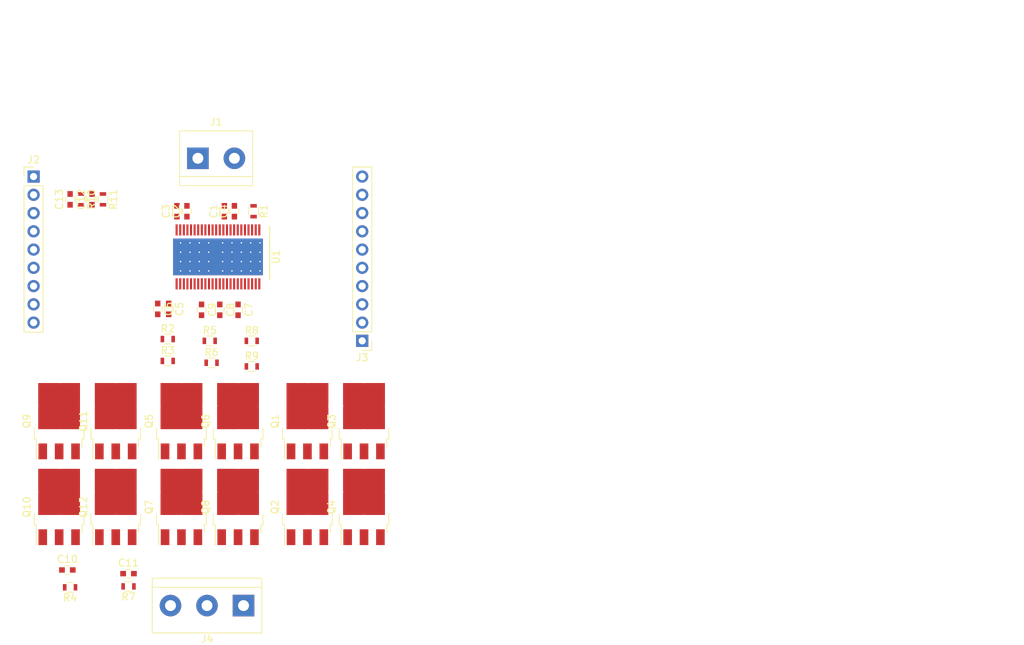
<source format=kicad_pcb>
(kicad_pcb (version 4) (host pcbnew 4.0.7-e2-6376~58~ubuntu16.04.1)

  (general
    (links 206)
    (no_connects 120)
    (area 0 0 0 0)
    (thickness 1.6)
    (drawings 7)
    (tracks 0)
    (zones 0)
    (modules 41)
    (nets 50)
  )

  (page A3)
  (layers
    (0 F.Cu signal)
    (31 B.Cu signal)
    (32 B.Adhes user)
    (33 F.Adhes user)
    (34 B.Paste user)
    (35 F.Paste user)
    (36 B.SilkS user)
    (37 F.SilkS user)
    (38 B.Mask user)
    (39 F.Mask user)
    (40 Dwgs.User user)
    (41 Cmts.User user)
    (42 Eco1.User user)
    (43 Eco2.User user)
    (44 Edge.Cuts user)
    (45 Margin user)
    (46 B.CrtYd user)
    (47 F.CrtYd user)
    (48 B.Fab user)
    (49 F.Fab user)
  )

  (setup
    (last_trace_width 0.25)
    (trace_clearance 0.2)
    (zone_clearance 0.2)
    (zone_45_only no)
    (trace_min 0.2)
    (segment_width 0.5)
    (edge_width 0.15)
    (via_size 0.6)
    (via_drill 0.4)
    (via_min_size 0.4)
    (via_min_drill 0.3)
    (uvia_size 0.3)
    (uvia_drill 0.1)
    (uvias_allowed no)
    (uvia_min_size 0.2)
    (uvia_min_drill 0.1)
    (pcb_text_width 0.3)
    (pcb_text_size 1.5 1.5)
    (mod_edge_width 0.15)
    (mod_text_size 1 1)
    (mod_text_width 0.15)
    (pad_size 3.48 4.42)
    (pad_drill 0)
    (pad_to_mask_clearance 0.2)
    (aux_axis_origin 0 0)
    (visible_elements FFFFFF7F)
    (pcbplotparams
      (layerselection 0x00030_80000001)
      (usegerberextensions false)
      (excludeedgelayer true)
      (linewidth 0.100000)
      (plotframeref false)
      (viasonmask false)
      (mode 1)
      (useauxorigin false)
      (hpglpennumber 1)
      (hpglpenspeed 20)
      (hpglpendiameter 15)
      (hpglpenoverlay 2)
      (psnegative false)
      (psa4output false)
      (plotreference true)
      (plotvalue true)
      (plotinvisibletext false)
      (padsonsilk false)
      (subtractmaskfromsilk false)
      (outputformat 1)
      (mirror false)
      (drillshape 1)
      (scaleselection 1)
      (outputdirectory ""))
  )

  (net 0 "")
  (net 1 "Net-(R1-Pad2)")
  (net 2 GND)
  (net 3 "Net-(U1-Pad45)")
  (net 4 "Net-(C1-Pad2)")
  (net 5 "Net-(C1-Pad1)")
  (net 6 "Net-(C2-Pad1)")
  (net 7 "Net-(C3-Pad1)")
  (net 8 "Net-(C4-Pad1)")
  (net 9 VBUS)
  (net 10 "Net-(C7-Pad2)")
  (net 11 /SH_A)
  (net 12 "Net-(C8-Pad2)")
  (net 13 /SH_B)
  (net 14 "Net-(C9-Pad2)")
  (net 15 /SH_C)
  (net 16 /SL_A)
  (net 17 /SL_B)
  (net 18 /SO1)
  (net 19 /SO2)
  (net 20 +3V3)
  (net 21 /AH)
  (net 22 /AL)
  (net 23 /BH)
  (net 24 /BL)
  (net 25 /CH)
  (net 26 /CL)
  (net 27 /nOCTW)
  (net 28 /nFAULT)
  (net 29 /DC_CAL)
  (net 30 /EN_GATE)
  (net 31 /REF)
  (net 32 /nCS)
  (net 33 /SDI)
  (net 34 /SDO)
  (net 35 /SCLK)
  (net 36 /GH_A)
  (net 37 /GL_A)
  (net 38 /GH_B)
  (net 39 /GL_B)
  (net 40 /GH_C)
  (net 41 /GL_C)
  (net 42 "Net-(R10-Pad2)")
  (net 43 "Net-(R11-Pad2)")
  (net 44 "Net-(Q1-Pad1)")
  (net 45 "Net-(Q2-Pad1)")
  (net 46 "Net-(Q5-Pad1)")
  (net 47 "Net-(Q6-Pad1)")
  (net 48 "Net-(Q11-Pad1)")
  (net 49 "Net-(Q10-Pad1)")

  (net_class Default "This is the default net class."
    (clearance 0.2)
    (trace_width 0.25)
    (via_dia 0.6)
    (via_drill 0.4)
    (uvia_dia 0.3)
    (uvia_drill 0.1)
    (add_net +3V3)
    (add_net /AH)
    (add_net /AL)
    (add_net /BH)
    (add_net /BL)
    (add_net /CH)
    (add_net /CL)
    (add_net /DC_CAL)
    (add_net /EN_GATE)
    (add_net /GH_A)
    (add_net /GH_B)
    (add_net /GH_C)
    (add_net /GL_A)
    (add_net /GL_B)
    (add_net /GL_C)
    (add_net /REF)
    (add_net /SCLK)
    (add_net /SDI)
    (add_net /SDO)
    (add_net /SH_A)
    (add_net /SH_B)
    (add_net /SH_C)
    (add_net /SL_A)
    (add_net /SL_B)
    (add_net /SO1)
    (add_net /SO2)
    (add_net /nCS)
    (add_net /nFAULT)
    (add_net /nOCTW)
    (add_net GND)
    (add_net "Net-(C1-Pad1)")
    (add_net "Net-(C1-Pad2)")
    (add_net "Net-(C2-Pad1)")
    (add_net "Net-(C3-Pad1)")
    (add_net "Net-(C4-Pad1)")
    (add_net "Net-(C7-Pad2)")
    (add_net "Net-(C8-Pad2)")
    (add_net "Net-(C9-Pad2)")
    (add_net "Net-(Q1-Pad1)")
    (add_net "Net-(Q10-Pad1)")
    (add_net "Net-(Q11-Pad1)")
    (add_net "Net-(Q2-Pad1)")
    (add_net "Net-(Q5-Pad1)")
    (add_net "Net-(Q6-Pad1)")
    (add_net "Net-(R1-Pad2)")
    (add_net "Net-(R10-Pad2)")
    (add_net "Net-(R11-Pad2)")
    (add_net "Net-(U1-Pad45)")
    (add_net VBUS)
  )

  (module power_ics:HTSSOP-48-_Pitch0.5mm (layer F.Cu) (tedit 5A909BBE) (tstamp 5A90E7B0)
    (at 184.404 97.536 270)
    (descr "HTSSOP56: plastic thin shrink small outline package http://www.ti.com/lit/ds/symlink/drv8301.pdf")
    (tags "HTSSOP 0.5")
    (path /5A91D735)
    (attr smd)
    (fp_text reference U1 (at 0 -8.05 270) (layer F.SilkS)
      (effects (font (size 1 1) (thickness 0.15)))
    )
    (fp_text value DRV8303 (at 0 8.05 270) (layer F.Fab)
      (effects (font (size 1 1) (thickness 0.15)))
    )
    (fp_line (start -3.05 6.3) (end 3.05 6.3) (layer F.Fab) (width 0.15))
    (fp_line (start -2.05 -6.3) (end 3.05 -6.3) (layer F.Fab) (width 0.15))
    (fp_line (start 3.05 -6.3) (end 3.05 6.3) (layer F.Fab) (width 0.15))
    (fp_line (start -3.05 6.3) (end -3.05 -5.3) (layer F.Fab) (width 0.15))
    (fp_line (start -3.05 -5.3) (end -2.05 -6.3) (layer F.Fab) (width 0.15))
    (fp_line (start -4.8 -7.3) (end -4.8 7.3) (layer F.CrtYd) (width 0.05))
    (fp_line (start 4.8 -7.3) (end 4.8 7.3) (layer F.CrtYd) (width 0.05))
    (fp_line (start -4.8 -7.3) (end 4.8 -7.3) (layer F.CrtYd) (width 0.05))
    (fp_line (start -4.8 7.3) (end 4.8 7.3) (layer F.CrtYd) (width 0.05))
    (fp_line (start 3.175 -7.125) (end 3.175 -7.1175) (layer F.SilkS) (width 0.15))
    (fp_line (start -4.25 -7.2) (end 3.175 -7.2) (layer F.SilkS) (width 0.15))
    (fp_text user %R (at 0 0 270) (layer F.Fab)
      (effects (font (size 1 1) (thickness 0.15)))
    )
    (pad GND thru_hole circle (at 1.95 5.2 270) (size 0.25 0.25) (drill 0.2) (layers *.Cu)
      (net 2 GND) (zone_connect 2))
    (pad GND thru_hole circle (at 0.65 5.2 270) (size 0.25 0.25) (drill 0.2) (layers *.Cu)
      (net 2 GND) (zone_connect 2))
    (pad GND thru_hole circle (at -0.65 5.2 270) (size 0.25 0.25) (drill 0.2) (layers *.Cu)
      (net 2 GND) (zone_connect 2))
    (pad GND thru_hole circle (at -1.95 5.2 270) (size 0.25 0.25) (drill 0.2) (layers *.Cu)
      (net 2 GND) (zone_connect 2))
    (pad GND thru_hole circle (at 1.95 3.9 270) (size 0.25 0.25) (drill 0.2) (layers *.Cu)
      (net 2 GND) (zone_connect 2))
    (pad GND thru_hole circle (at 0.65 3.9 270) (size 0.25 0.25) (drill 0.2) (layers *.Cu)
      (net 2 GND) (zone_connect 2))
    (pad GND thru_hole circle (at -0.65 3.9 270) (size 0.25 0.25) (drill 0.2) (layers *.Cu)
      (net 2 GND) (zone_connect 2))
    (pad GND thru_hole circle (at -1.95 3.9 270) (size 0.25 0.25) (drill 0.2) (layers *.Cu)
      (net 2 GND) (zone_connect 2))
    (pad GND thru_hole circle (at -1.95 2.6 270) (size 0.25 0.25) (drill 0.2) (layers *.Cu)
      (net 2 GND) (zone_connect 2))
    (pad GND thru_hole circle (at -0.65 2.6 270) (size 0.25 0.25) (drill 0.2) (layers *.Cu)
      (net 2 GND) (zone_connect 2))
    (pad GND thru_hole circle (at 0.65 2.6 270) (size 0.25 0.25) (drill 0.2) (layers *.Cu)
      (net 2 GND) (zone_connect 2))
    (pad GND thru_hole circle (at 1.95 2.6 270) (size 0.25 0.25) (drill 0.2) (layers *.Cu)
      (net 2 GND) (zone_connect 2))
    (pad GND thru_hole circle (at 1.95 1.3 270) (size 0.25 0.25) (drill 0.2) (layers *.Cu)
      (net 2 GND) (zone_connect 2))
    (pad GND thru_hole circle (at 0.65 1.3 270) (size 0.25 0.25) (drill 0.2) (layers *.Cu)
      (net 2 GND) (zone_connect 2))
    (pad GND thru_hole circle (at -0.65 1.3 270) (size 0.25 0.25) (drill 0.2) (layers *.Cu)
      (net 2 GND) (zone_connect 2))
    (pad GND thru_hole circle (at -1.95 1.3 270) (size 0.25 0.25) (drill 0.2) (layers *.Cu)
      (net 2 GND) (zone_connect 2))
    (pad GND thru_hole circle (at -1.95 -1.95 270) (size 0.25 0.25) (drill 0.2) (layers *.Cu)
      (net 2 GND) (zone_connect 2))
    (pad GND thru_hole circle (at -1.95 -0.65 270) (size 0.25 0.25) (drill 0.2) (layers *.Cu)
      (net 2 GND) (zone_connect 2))
    (pad GND thru_hole circle (at -0.65 -0.65 270) (size 0.25 0.25) (drill 0.2) (layers *.Cu)
      (net 2 GND) (zone_connect 2))
    (pad GND thru_hole circle (at -0.65 -1.95 270) (size 0.25 0.25) (drill 0.2) (layers *.Cu)
      (net 2 GND) (zone_connect 2))
    (pad GND thru_hole circle (at 0.65 -0.65 270) (size 0.25 0.25) (drill 0.2) (layers *.Cu)
      (net 2 GND) (zone_connect 2))
    (pad GND thru_hole circle (at 0.65 -1.95 270) (size 0.25 0.25) (drill 0.2) (layers *.Cu)
      (net 2 GND) (zone_connect 2))
    (pad GND thru_hole circle (at 1.95 -0.65 270) (size 0.25 0.25) (drill 0.2) (layers *.Cu)
      (net 2 GND) (zone_connect 2))
    (pad GND thru_hole circle (at 1.95 -1.95 270) (size 0.25 0.25) (drill 0.2) (layers *.Cu)
      (net 2 GND) (zone_connect 2))
    (pad GND thru_hole circle (at 1.95 -3.25 270) (size 0.25 0.25) (drill 0.2) (layers *.Cu)
      (net 2 GND) (zone_connect 2))
    (pad GND thru_hole circle (at 0.65 -3.25 270) (size 0.25 0.25) (drill 0.2) (layers *.Cu)
      (net 2 GND) (zone_connect 2))
    (pad GND thru_hole circle (at -0.65 -3.25 270) (size 0.25 0.25) (drill 0.2) (layers *.Cu)
      (net 2 GND) (zone_connect 2))
    (pad GND thru_hole circle (at -1.95 -3.25 270) (size 0.25 0.25) (drill 0.2) (layers *.Cu)
      (net 2 GND) (zone_connect 2))
    (pad GND thru_hole circle (at 1.95 -4.55 270) (size 0.25 0.25) (drill 0.2) (layers *.Cu)
      (net 2 GND) (zone_connect 2))
    (pad GND thru_hole circle (at 0.65 -4.55 270) (size 0.25 0.25) (drill 0.2) (layers *.Cu)
      (net 2 GND) (zone_connect 2))
    (pad GND thru_hole circle (at -0.65 -4.55 270) (size 0.25 0.25) (drill 0.2) (layers *.Cu)
      (net 2 GND) (zone_connect 2))
    (pad GND thru_hole circle (at -1.95 -4.55 270) (size 0.25 0.25) (drill 0.2) (layers *.Cu)
      (net 2 GND) (zone_connect 2))
    (pad GND thru_hole circle (at -1.95 -5.85 270) (size 0.25 0.25) (drill 0.2) (layers *.Cu)
      (net 2 GND) (zone_connect 2))
    (pad GND thru_hole circle (at -0.65 -5.85 270) (size 0.25 0.25) (drill 0.2) (layers *.Cu)
      (net 2 GND) (zone_connect 2))
    (pad GND thru_hole circle (at 0.65 -5.85 270) (size 0.25 0.25) (drill 0.2) (layers *.Cu)
      (net 2 GND) (zone_connect 2))
    (pad GND thru_hole circle (at 1.95 -5.85 270) (size 0.25 0.25) (drill 0.2) (layers *.Cu)
      (net 2 GND) (zone_connect 2))
    (pad GND smd rect (at 0 0 270) (size 5.1 12.5) (layers B.Cu)
      (net 2 GND) (zone_connect 2))
    (pad 14 smd rect (at -3.75 0.75 270) (size 1.55 0.3) (layers F.Cu F.Paste F.Mask)
      (net 22 /AL))
    (pad 13 smd rect (at -3.75 0.25 270) (size 1.55 0.3) (layers F.Cu F.Paste F.Mask)
      (net 21 /AH))
    (pad 2 smd rect (at -3.75 -5.25 270) (size 1.55 0.3) (layers F.Cu F.Paste F.Mask)
      (net 28 /nFAULT))
    (pad 3 smd rect (at -3.75 -4.75 270) (size 1.55 0.3) (layers F.Cu F.Paste F.Mask)
      (net 1 "Net-(R1-Pad2)"))
    (pad 4 smd rect (at -3.75 -4.25 270) (size 1.55 0.3) (layers F.Cu F.Paste F.Mask)
      (net 32 /nCS))
    (pad 5 smd rect (at -3.75 -3.75 270) (size 1.55 0.3) (layers F.Cu F.Paste F.Mask)
      (net 33 /SDI))
    (pad 6 smd rect (at -3.75 -3.25 270) (size 1.55 0.3) (layers F.Cu F.Paste F.Mask)
      (net 34 /SDO))
    (pad 7 smd rect (at -3.75 -2.75 270) (size 1.55 0.3) (layers F.Cu F.Paste F.Mask)
      (net 35 /SCLK))
    (pad 8 smd rect (at -3.75 -2.25 270) (size 1.55 0.3) (layers F.Cu F.Paste F.Mask)
      (net 29 /DC_CAL))
    (pad 9 smd rect (at -3.75 -1.75 270) (size 1.55 0.3) (layers F.Cu F.Paste F.Mask)
      (net 8 "Net-(C4-Pad1)"))
    (pad 10 smd rect (at -3.75 -1.25 270) (size 1.55 0.3) (layers F.Cu F.Paste F.Mask)
      (net 5 "Net-(C1-Pad1)"))
    (pad 11 smd rect (at -3.75 -0.75 270) (size 1.55 0.3) (layers F.Cu F.Paste F.Mask)
      (net 4 "Net-(C1-Pad2)"))
    (pad 12 smd rect (at -3.75 -0.25 270) (size 1.55 0.3) (layers F.Cu F.Paste F.Mask)
      (net 30 /EN_GATE))
    (pad 1 smd rect (at -3.75 -5.75 270) (size 1.55 0.3) (layers F.Cu F.Paste F.Mask)
      (net 27 /nOCTW))
    (pad GND smd rect (at 0 0 270) (size 3.48 4.42) (layers F.Cu F.Paste F.Mask)
      (net 2 GND) (zone_connect 2))
    (pad 15 smd rect (at -3.75 1.25 270) (size 1.55 0.3) (layers F.Cu F.Paste F.Mask)
      (net 23 /BH))
    (pad 16 smd rect (at -3.75 1.75 270) (size 1.55 0.3) (layers F.Cu F.Paste F.Mask)
      (net 24 /BL))
    (pad 17 smd rect (at -3.75 2.25 270) (size 1.55 0.3) (layers F.Cu F.Paste F.Mask)
      (net 25 /CH))
    (pad 18 smd rect (at -3.75 2.75 270) (size 1.55 0.3) (layers F.Cu F.Paste F.Mask)
      (net 26 /CL))
    (pad 19 smd rect (at -3.75 3.25 270) (size 1.55 0.3) (layers F.Cu F.Paste F.Mask)
      (net 6 "Net-(C2-Pad1)"))
    (pad 20 smd rect (at -3.75 3.75 270) (size 1.55 0.3) (layers F.Cu F.Paste F.Mask)
      (net 31 /REF))
    (pad 21 smd rect (at -3.75 4.25 270) (size 1.55 0.3) (layers F.Cu F.Paste F.Mask)
      (net 43 "Net-(R11-Pad2)"))
    (pad 22 smd rect (at -3.75 4.75 270) (size 1.55 0.3) (layers F.Cu F.Paste F.Mask)
      (net 42 "Net-(R10-Pad2)"))
    (pad 23 smd rect (at -3.75 5.25 270) (size 1.55 0.3) (layers F.Cu F.Paste F.Mask)
      (net 7 "Net-(C3-Pad1)"))
    (pad 24 smd rect (at -3.75 5.75 270) (size 1.55 0.3) (layers F.Cu F.Paste F.Mask)
      (net 2 GND))
    (pad 25 smd rect (at 3.75 5.75 270) (size 1.55 0.3) (layers F.Cu F.Paste F.Mask)
      (net 9 VBUS))
    (pad 26 smd rect (at 3.75 5.25 270) (size 1.55 0.3) (layers F.Cu F.Paste F.Mask)
      (net 2 GND))
    (pad 27 smd rect (at 3.75 4.75 270) (size 1.55 0.3) (layers F.Cu F.Paste F.Mask)
      (net 17 /SL_B))
    (pad 28 smd rect (at 3.75 4.25 270) (size 1.55 0.3) (layers F.Cu F.Paste F.Mask)
      (net 2 GND))
    (pad 29 smd rect (at 3.75 3.75 270) (size 1.55 0.3) (layers F.Cu F.Paste F.Mask)
      (net 16 /SL_A))
    (pad 30 smd rect (at 3.75 3.25 270) (size 1.55 0.3) (layers F.Cu F.Paste F.Mask)
      (net 2 GND))
    (pad 31 smd rect (at 3.75 2.75 270) (size 1.55 0.3) (layers F.Cu F.Paste F.Mask)
      (net 41 /GL_C))
    (pad 32 smd rect (at 3.75 2.25 270) (size 1.55 0.3) (layers F.Cu F.Paste F.Mask)
      (net 15 /SH_C))
    (pad 33 smd rect (at 3.75 1.75 270) (size 1.55 0.3) (layers F.Cu F.Paste F.Mask)
      (net 40 /GH_C))
    (pad 34 smd rect (at 3.75 1.25 270) (size 1.55 0.3) (layers F.Cu F.Paste F.Mask)
      (net 14 "Net-(C9-Pad2)"))
    (pad 35 smd rect (at 3.75 0.75 270) (size 1.55 0.3) (layers F.Cu F.Paste F.Mask)
      (net 17 /SL_B))
    (pad 36 smd rect (at 3.75 0.25 270) (size 1.55 0.3) (layers F.Cu F.Paste F.Mask)
      (net 39 /GL_B))
    (pad 37 smd rect (at 3.75 -0.25 270) (size 1.55 0.3) (layers F.Cu F.Paste F.Mask)
      (net 13 /SH_B))
    (pad 38 smd rect (at 3.75 -0.75 270) (size 1.55 0.3) (layers F.Cu F.Paste F.Mask)
      (net 38 /GH_B))
    (pad 39 smd rect (at 3.75 -1.25 270) (size 1.55 0.3) (layers F.Cu F.Paste F.Mask)
      (net 12 "Net-(C8-Pad2)"))
    (pad 40 smd rect (at 3.75 -1.75 270) (size 1.55 0.3) (layers F.Cu F.Paste F.Mask)
      (net 16 /SL_A))
    (pad 41 smd rect (at 3.75 -2.25 270) (size 1.55 0.3) (layers F.Cu F.Paste F.Mask)
      (net 37 /GL_A))
    (pad 42 smd rect (at 3.75 -2.75 270) (size 1.55 0.3) (layers F.Cu F.Paste F.Mask)
      (net 11 /SH_A))
    (pad 43 smd rect (at 3.75 -3.25 270) (size 1.55 0.3) (layers F.Cu F.Paste F.Mask)
      (net 36 /GH_A))
    (pad 44 smd rect (at 3.75 -3.75 270) (size 1.55 0.3) (layers F.Cu F.Paste F.Mask)
      (net 10 "Net-(C7-Pad2)"))
    (pad 45 smd rect (at 3.75 -4.25 270) (size 1.55 0.3) (layers F.Cu F.Paste F.Mask)
      (net 3 "Net-(U1-Pad45)"))
    (pad 46 smd rect (at 3.75 -4.75 270) (size 1.55 0.3) (layers F.Cu F.Paste F.Mask)
      (net 2 GND) (zone_connect 1))
    (pad 47 smd rect (at 3.75 -5.25 270) (size 1.55 0.3) (layers F.Cu F.Paste F.Mask)
      (net 2 GND) (zone_connect 1))
    (pad 48 smd rect (at 3.75 -5.75 270) (size 1.55 0.3) (layers F.Cu F.Paste F.Mask)
      (net 2 GND) (zone_connect 1))
    (pad GND smd rect (at 0 0 270) (size 5.1 12.5) (layers F.Cu)
      (net 2 GND) (zone_connect 2))
    (model ${KISYS3DMOD}/Housings_SSOP.3dshapes/HTSSOP-56-1EP_6.1x14mm_Pitch0.5mm.wrl
      (at (xyz 0 0 0))
      (scale (xyz 1 1 1))
      (rotate (xyz 0 0 0))
    )
  )

  (module Capacitors_SMD:C_0603 (layer F.Cu) (tedit 59958EE7) (tstamp 5A92447B)
    (at 185.293 91.186 90)
    (descr "Capacitor SMD 0603, reflow soldering, AVX (see smccp.pdf)")
    (tags "capacitor 0603")
    (path /5A91D742)
    (attr smd)
    (fp_text reference C1 (at 0 -1.5 90) (layer F.SilkS)
      (effects (font (size 1 1) (thickness 0.15)))
    )
    (fp_text value C (at 0 1.5 90) (layer F.Fab)
      (effects (font (size 1 1) (thickness 0.15)))
    )
    (fp_line (start 1.4 0.65) (end -1.4 0.65) (layer F.CrtYd) (width 0.05))
    (fp_line (start 1.4 0.65) (end 1.4 -0.65) (layer F.CrtYd) (width 0.05))
    (fp_line (start -1.4 -0.65) (end -1.4 0.65) (layer F.CrtYd) (width 0.05))
    (fp_line (start -1.4 -0.65) (end 1.4 -0.65) (layer F.CrtYd) (width 0.05))
    (fp_line (start 0.35 0.6) (end -0.35 0.6) (layer F.SilkS) (width 0.12))
    (fp_line (start -0.35 -0.6) (end 0.35 -0.6) (layer F.SilkS) (width 0.12))
    (fp_line (start -0.8 -0.4) (end 0.8 -0.4) (layer F.Fab) (width 0.1))
    (fp_line (start 0.8 -0.4) (end 0.8 0.4) (layer F.Fab) (width 0.1))
    (fp_line (start 0.8 0.4) (end -0.8 0.4) (layer F.Fab) (width 0.1))
    (fp_line (start -0.8 0.4) (end -0.8 -0.4) (layer F.Fab) (width 0.1))
    (fp_text user %R (at 0 0 90) (layer F.Fab)
      (effects (font (size 0.3 0.3) (thickness 0.075)))
    )
    (pad 2 smd rect (at 0.75 0 90) (size 0.8 0.75) (layers F.Cu F.Paste F.Mask)
      (net 4 "Net-(C1-Pad2)"))
    (pad 1 smd rect (at -0.75 0 90) (size 0.8 0.75) (layers F.Cu F.Paste F.Mask)
      (net 5 "Net-(C1-Pad1)"))
    (model Capacitors_SMD.3dshapes/C_0603.wrl
      (at (xyz 0 0 0))
      (scale (xyz 1 1 1))
      (rotate (xyz 0 0 0))
    )
  )

  (module Capacitors_SMD:C_0603 (layer F.Cu) (tedit 59958EE7) (tstamp 5A924481)
    (at 180.086 91.186 90)
    (descr "Capacitor SMD 0603, reflow soldering, AVX (see smccp.pdf)")
    (tags "capacitor 0603")
    (path /5A91D798)
    (attr smd)
    (fp_text reference C2 (at 0 -1.5 90) (layer F.SilkS)
      (effects (font (size 1 1) (thickness 0.15)))
    )
    (fp_text value C (at 0 1.5 90) (layer F.Fab)
      (effects (font (size 1 1) (thickness 0.15)))
    )
    (fp_line (start 1.4 0.65) (end -1.4 0.65) (layer F.CrtYd) (width 0.05))
    (fp_line (start 1.4 0.65) (end 1.4 -0.65) (layer F.CrtYd) (width 0.05))
    (fp_line (start -1.4 -0.65) (end -1.4 0.65) (layer F.CrtYd) (width 0.05))
    (fp_line (start -1.4 -0.65) (end 1.4 -0.65) (layer F.CrtYd) (width 0.05))
    (fp_line (start 0.35 0.6) (end -0.35 0.6) (layer F.SilkS) (width 0.12))
    (fp_line (start -0.35 -0.6) (end 0.35 -0.6) (layer F.SilkS) (width 0.12))
    (fp_line (start -0.8 -0.4) (end 0.8 -0.4) (layer F.Fab) (width 0.1))
    (fp_line (start 0.8 -0.4) (end 0.8 0.4) (layer F.Fab) (width 0.1))
    (fp_line (start 0.8 0.4) (end -0.8 0.4) (layer F.Fab) (width 0.1))
    (fp_line (start -0.8 0.4) (end -0.8 -0.4) (layer F.Fab) (width 0.1))
    (fp_text user %R (at 0 0 90) (layer F.Fab)
      (effects (font (size 0.3 0.3) (thickness 0.075)))
    )
    (pad 2 smd rect (at 0.75 0 90) (size 0.8 0.75) (layers F.Cu F.Paste F.Mask)
      (net 2 GND))
    (pad 1 smd rect (at -0.75 0 90) (size 0.8 0.75) (layers F.Cu F.Paste F.Mask)
      (net 6 "Net-(C2-Pad1)"))
    (model Capacitors_SMD.3dshapes/C_0603.wrl
      (at (xyz 0 0 0))
      (scale (xyz 1 1 1))
      (rotate (xyz 0 0 0))
    )
  )

  (module Capacitors_SMD:C_0603 (layer F.Cu) (tedit 59958EE7) (tstamp 5A924487)
    (at 178.689 91.186 90)
    (descr "Capacitor SMD 0603, reflow soldering, AVX (see smccp.pdf)")
    (tags "capacitor 0603")
    (path /5A91D768)
    (attr smd)
    (fp_text reference C3 (at 0 -1.5 90) (layer F.SilkS)
      (effects (font (size 1 1) (thickness 0.15)))
    )
    (fp_text value C (at 0 1.5 90) (layer F.Fab)
      (effects (font (size 1 1) (thickness 0.15)))
    )
    (fp_line (start 1.4 0.65) (end -1.4 0.65) (layer F.CrtYd) (width 0.05))
    (fp_line (start 1.4 0.65) (end 1.4 -0.65) (layer F.CrtYd) (width 0.05))
    (fp_line (start -1.4 -0.65) (end -1.4 0.65) (layer F.CrtYd) (width 0.05))
    (fp_line (start -1.4 -0.65) (end 1.4 -0.65) (layer F.CrtYd) (width 0.05))
    (fp_line (start 0.35 0.6) (end -0.35 0.6) (layer F.SilkS) (width 0.12))
    (fp_line (start -0.35 -0.6) (end 0.35 -0.6) (layer F.SilkS) (width 0.12))
    (fp_line (start -0.8 -0.4) (end 0.8 -0.4) (layer F.Fab) (width 0.1))
    (fp_line (start 0.8 -0.4) (end 0.8 0.4) (layer F.Fab) (width 0.1))
    (fp_line (start 0.8 0.4) (end -0.8 0.4) (layer F.Fab) (width 0.1))
    (fp_line (start -0.8 0.4) (end -0.8 -0.4) (layer F.Fab) (width 0.1))
    (fp_text user %R (at 0 0 90) (layer F.Fab)
      (effects (font (size 0.3 0.3) (thickness 0.075)))
    )
    (pad 2 smd rect (at 0.75 0 90) (size 0.8 0.75) (layers F.Cu F.Paste F.Mask)
      (net 2 GND))
    (pad 1 smd rect (at -0.75 0 90) (size 0.8 0.75) (layers F.Cu F.Paste F.Mask)
      (net 7 "Net-(C3-Pad1)"))
    (model Capacitors_SMD.3dshapes/C_0603.wrl
      (at (xyz 0 0 0))
      (scale (xyz 1 1 1))
      (rotate (xyz 0 0 0))
    )
  )

  (module Capacitors_SMD:C_0603 (layer F.Cu) (tedit 59958EE7) (tstamp 5A92448D)
    (at 186.69 91.186 90)
    (descr "Capacitor SMD 0603, reflow soldering, AVX (see smccp.pdf)")
    (tags "capacitor 0603")
    (path /5A91D7A5)
    (attr smd)
    (fp_text reference C4 (at 0 -1.5 90) (layer F.SilkS)
      (effects (font (size 1 1) (thickness 0.15)))
    )
    (fp_text value C (at 0 1.5 90) (layer F.Fab)
      (effects (font (size 1 1) (thickness 0.15)))
    )
    (fp_line (start 1.4 0.65) (end -1.4 0.65) (layer F.CrtYd) (width 0.05))
    (fp_line (start 1.4 0.65) (end 1.4 -0.65) (layer F.CrtYd) (width 0.05))
    (fp_line (start -1.4 -0.65) (end -1.4 0.65) (layer F.CrtYd) (width 0.05))
    (fp_line (start -1.4 -0.65) (end 1.4 -0.65) (layer F.CrtYd) (width 0.05))
    (fp_line (start 0.35 0.6) (end -0.35 0.6) (layer F.SilkS) (width 0.12))
    (fp_line (start -0.35 -0.6) (end 0.35 -0.6) (layer F.SilkS) (width 0.12))
    (fp_line (start -0.8 -0.4) (end 0.8 -0.4) (layer F.Fab) (width 0.1))
    (fp_line (start 0.8 -0.4) (end 0.8 0.4) (layer F.Fab) (width 0.1))
    (fp_line (start 0.8 0.4) (end -0.8 0.4) (layer F.Fab) (width 0.1))
    (fp_line (start -0.8 0.4) (end -0.8 -0.4) (layer F.Fab) (width 0.1))
    (fp_text user %R (at 0 0 90) (layer F.Fab)
      (effects (font (size 0.3 0.3) (thickness 0.075)))
    )
    (pad 2 smd rect (at 0.75 0 90) (size 0.8 0.75) (layers F.Cu F.Paste F.Mask)
      (net 2 GND))
    (pad 1 smd rect (at -0.75 0 90) (size 0.8 0.75) (layers F.Cu F.Paste F.Mask)
      (net 8 "Net-(C4-Pad1)"))
    (model Capacitors_SMD.3dshapes/C_0603.wrl
      (at (xyz 0 0 0))
      (scale (xyz 1 1 1))
      (rotate (xyz 0 0 0))
    )
  )

  (module Capacitors_SMD:C_0603 (layer F.Cu) (tedit 59958EE7) (tstamp 5A924493)
    (at 177.546 104.775 270)
    (descr "Capacitor SMD 0603, reflow soldering, AVX (see smccp.pdf)")
    (tags "capacitor 0603")
    (path /5A91D78B)
    (attr smd)
    (fp_text reference C5 (at 0 -1.5 270) (layer F.SilkS)
      (effects (font (size 1 1) (thickness 0.15)))
    )
    (fp_text value C (at 0 1.5 270) (layer F.Fab)
      (effects (font (size 1 1) (thickness 0.15)))
    )
    (fp_line (start 1.4 0.65) (end -1.4 0.65) (layer F.CrtYd) (width 0.05))
    (fp_line (start 1.4 0.65) (end 1.4 -0.65) (layer F.CrtYd) (width 0.05))
    (fp_line (start -1.4 -0.65) (end -1.4 0.65) (layer F.CrtYd) (width 0.05))
    (fp_line (start -1.4 -0.65) (end 1.4 -0.65) (layer F.CrtYd) (width 0.05))
    (fp_line (start 0.35 0.6) (end -0.35 0.6) (layer F.SilkS) (width 0.12))
    (fp_line (start -0.35 -0.6) (end 0.35 -0.6) (layer F.SilkS) (width 0.12))
    (fp_line (start -0.8 -0.4) (end 0.8 -0.4) (layer F.Fab) (width 0.1))
    (fp_line (start 0.8 -0.4) (end 0.8 0.4) (layer F.Fab) (width 0.1))
    (fp_line (start 0.8 0.4) (end -0.8 0.4) (layer F.Fab) (width 0.1))
    (fp_line (start -0.8 0.4) (end -0.8 -0.4) (layer F.Fab) (width 0.1))
    (fp_text user %R (at 0 0 270) (layer F.Fab)
      (effects (font (size 0.3 0.3) (thickness 0.075)))
    )
    (pad 2 smd rect (at 0.75 0 270) (size 0.8 0.75) (layers F.Cu F.Paste F.Mask)
      (net 2 GND))
    (pad 1 smd rect (at -0.75 0 270) (size 0.8 0.75) (layers F.Cu F.Paste F.Mask)
      (net 9 VBUS))
    (model Capacitors_SMD.3dshapes/C_0603.wrl
      (at (xyz 0 0 0))
      (scale (xyz 1 1 1))
      (rotate (xyz 0 0 0))
    )
  )

  (module Capacitors_SMD:C_0603 (layer F.Cu) (tedit 59958EE7) (tstamp 5A924499)
    (at 176.022 104.775 270)
    (descr "Capacitor SMD 0603, reflow soldering, AVX (see smccp.pdf)")
    (tags "capacitor 0603")
    (path /5A91D784)
    (attr smd)
    (fp_text reference C6 (at 0 -1.5 270) (layer F.SilkS)
      (effects (font (size 1 1) (thickness 0.15)))
    )
    (fp_text value C (at 0 1.5 270) (layer F.Fab)
      (effects (font (size 1 1) (thickness 0.15)))
    )
    (fp_line (start 1.4 0.65) (end -1.4 0.65) (layer F.CrtYd) (width 0.05))
    (fp_line (start 1.4 0.65) (end 1.4 -0.65) (layer F.CrtYd) (width 0.05))
    (fp_line (start -1.4 -0.65) (end -1.4 0.65) (layer F.CrtYd) (width 0.05))
    (fp_line (start -1.4 -0.65) (end 1.4 -0.65) (layer F.CrtYd) (width 0.05))
    (fp_line (start 0.35 0.6) (end -0.35 0.6) (layer F.SilkS) (width 0.12))
    (fp_line (start -0.35 -0.6) (end 0.35 -0.6) (layer F.SilkS) (width 0.12))
    (fp_line (start -0.8 -0.4) (end 0.8 -0.4) (layer F.Fab) (width 0.1))
    (fp_line (start 0.8 -0.4) (end 0.8 0.4) (layer F.Fab) (width 0.1))
    (fp_line (start 0.8 0.4) (end -0.8 0.4) (layer F.Fab) (width 0.1))
    (fp_line (start -0.8 0.4) (end -0.8 -0.4) (layer F.Fab) (width 0.1))
    (fp_text user %R (at 0 0 270) (layer F.Fab)
      (effects (font (size 0.3 0.3) (thickness 0.075)))
    )
    (pad 2 smd rect (at 0.75 0 270) (size 0.8 0.75) (layers F.Cu F.Paste F.Mask)
      (net 2 GND))
    (pad 1 smd rect (at -0.75 0 270) (size 0.8 0.75) (layers F.Cu F.Paste F.Mask)
      (net 9 VBUS))
    (model Capacitors_SMD.3dshapes/C_0603.wrl
      (at (xyz 0 0 0))
      (scale (xyz 1 1 1))
      (rotate (xyz 0 0 0))
    )
  )

  (module Capacitors_SMD:C_0603 (layer F.Cu) (tedit 59958EE7) (tstamp 5A92449F)
    (at 187.198 104.902 270)
    (descr "Capacitor SMD 0603, reflow soldering, AVX (see smccp.pdf)")
    (tags "capacitor 0603")
    (path /5A91D776)
    (attr smd)
    (fp_text reference C7 (at 0 -1.5 270) (layer F.SilkS)
      (effects (font (size 1 1) (thickness 0.15)))
    )
    (fp_text value C (at 0 1.5 270) (layer F.Fab)
      (effects (font (size 1 1) (thickness 0.15)))
    )
    (fp_line (start 1.4 0.65) (end -1.4 0.65) (layer F.CrtYd) (width 0.05))
    (fp_line (start 1.4 0.65) (end 1.4 -0.65) (layer F.CrtYd) (width 0.05))
    (fp_line (start -1.4 -0.65) (end -1.4 0.65) (layer F.CrtYd) (width 0.05))
    (fp_line (start -1.4 -0.65) (end 1.4 -0.65) (layer F.CrtYd) (width 0.05))
    (fp_line (start 0.35 0.6) (end -0.35 0.6) (layer F.SilkS) (width 0.12))
    (fp_line (start -0.35 -0.6) (end 0.35 -0.6) (layer F.SilkS) (width 0.12))
    (fp_line (start -0.8 -0.4) (end 0.8 -0.4) (layer F.Fab) (width 0.1))
    (fp_line (start 0.8 -0.4) (end 0.8 0.4) (layer F.Fab) (width 0.1))
    (fp_line (start 0.8 0.4) (end -0.8 0.4) (layer F.Fab) (width 0.1))
    (fp_line (start -0.8 0.4) (end -0.8 -0.4) (layer F.Fab) (width 0.1))
    (fp_text user %R (at 0 0 270) (layer F.Fab)
      (effects (font (size 0.3 0.3) (thickness 0.075)))
    )
    (pad 2 smd rect (at 0.75 0 270) (size 0.8 0.75) (layers F.Cu F.Paste F.Mask)
      (net 10 "Net-(C7-Pad2)"))
    (pad 1 smd rect (at -0.75 0 270) (size 0.8 0.75) (layers F.Cu F.Paste F.Mask)
      (net 11 /SH_A))
    (model Capacitors_SMD.3dshapes/C_0603.wrl
      (at (xyz 0 0 0))
      (scale (xyz 1 1 1))
      (rotate (xyz 0 0 0))
    )
  )

  (module Capacitors_SMD:C_0603 (layer F.Cu) (tedit 59958EE7) (tstamp 5A9244A5)
    (at 184.658 104.902 270)
    (descr "Capacitor SMD 0603, reflow soldering, AVX (see smccp.pdf)")
    (tags "capacitor 0603")
    (path /5A91D76F)
    (attr smd)
    (fp_text reference C8 (at 0 -1.5 270) (layer F.SilkS)
      (effects (font (size 1 1) (thickness 0.15)))
    )
    (fp_text value C (at 0 1.5 270) (layer F.Fab)
      (effects (font (size 1 1) (thickness 0.15)))
    )
    (fp_line (start 1.4 0.65) (end -1.4 0.65) (layer F.CrtYd) (width 0.05))
    (fp_line (start 1.4 0.65) (end 1.4 -0.65) (layer F.CrtYd) (width 0.05))
    (fp_line (start -1.4 -0.65) (end -1.4 0.65) (layer F.CrtYd) (width 0.05))
    (fp_line (start -1.4 -0.65) (end 1.4 -0.65) (layer F.CrtYd) (width 0.05))
    (fp_line (start 0.35 0.6) (end -0.35 0.6) (layer F.SilkS) (width 0.12))
    (fp_line (start -0.35 -0.6) (end 0.35 -0.6) (layer F.SilkS) (width 0.12))
    (fp_line (start -0.8 -0.4) (end 0.8 -0.4) (layer F.Fab) (width 0.1))
    (fp_line (start 0.8 -0.4) (end 0.8 0.4) (layer F.Fab) (width 0.1))
    (fp_line (start 0.8 0.4) (end -0.8 0.4) (layer F.Fab) (width 0.1))
    (fp_line (start -0.8 0.4) (end -0.8 -0.4) (layer F.Fab) (width 0.1))
    (fp_text user %R (at 0 0 270) (layer F.Fab)
      (effects (font (size 0.3 0.3) (thickness 0.075)))
    )
    (pad 2 smd rect (at 0.75 0 270) (size 0.8 0.75) (layers F.Cu F.Paste F.Mask)
      (net 12 "Net-(C8-Pad2)"))
    (pad 1 smd rect (at -0.75 0 270) (size 0.8 0.75) (layers F.Cu F.Paste F.Mask)
      (net 13 /SH_B))
    (model Capacitors_SMD.3dshapes/C_0603.wrl
      (at (xyz 0 0 0))
      (scale (xyz 1 1 1))
      (rotate (xyz 0 0 0))
    )
  )

  (module Capacitors_SMD:C_0603 (layer F.Cu) (tedit 59958EE7) (tstamp 5A9244AB)
    (at 182.118 104.902 270)
    (descr "Capacitor SMD 0603, reflow soldering, AVX (see smccp.pdf)")
    (tags "capacitor 0603")
    (path /5A91D77D)
    (attr smd)
    (fp_text reference C9 (at 0 -1.5 270) (layer F.SilkS)
      (effects (font (size 1 1) (thickness 0.15)))
    )
    (fp_text value C (at 0 1.5 270) (layer F.Fab)
      (effects (font (size 1 1) (thickness 0.15)))
    )
    (fp_line (start 1.4 0.65) (end -1.4 0.65) (layer F.CrtYd) (width 0.05))
    (fp_line (start 1.4 0.65) (end 1.4 -0.65) (layer F.CrtYd) (width 0.05))
    (fp_line (start -1.4 -0.65) (end -1.4 0.65) (layer F.CrtYd) (width 0.05))
    (fp_line (start -1.4 -0.65) (end 1.4 -0.65) (layer F.CrtYd) (width 0.05))
    (fp_line (start 0.35 0.6) (end -0.35 0.6) (layer F.SilkS) (width 0.12))
    (fp_line (start -0.35 -0.6) (end 0.35 -0.6) (layer F.SilkS) (width 0.12))
    (fp_line (start -0.8 -0.4) (end 0.8 -0.4) (layer F.Fab) (width 0.1))
    (fp_line (start 0.8 -0.4) (end 0.8 0.4) (layer F.Fab) (width 0.1))
    (fp_line (start 0.8 0.4) (end -0.8 0.4) (layer F.Fab) (width 0.1))
    (fp_line (start -0.8 0.4) (end -0.8 -0.4) (layer F.Fab) (width 0.1))
    (fp_text user %R (at 0 0 270) (layer F.Fab)
      (effects (font (size 0.3 0.3) (thickness 0.075)))
    )
    (pad 2 smd rect (at 0.75 0 270) (size 0.8 0.75) (layers F.Cu F.Paste F.Mask)
      (net 14 "Net-(C9-Pad2)"))
    (pad 1 smd rect (at -0.75 0 270) (size 0.8 0.75) (layers F.Cu F.Paste F.Mask)
      (net 15 /SH_C))
    (model Capacitors_SMD.3dshapes/C_0603.wrl
      (at (xyz 0 0 0))
      (scale (xyz 1 1 1))
      (rotate (xyz 0 0 0))
    )
  )

  (module Capacitors_SMD:C_0603 (layer F.Cu) (tedit 59958EE7) (tstamp 5A9244B1)
    (at 163.449 141.097)
    (descr "Capacitor SMD 0603, reflow soldering, AVX (see smccp.pdf)")
    (tags "capacitor 0603")
    (path /5A94F5E4)
    (attr smd)
    (fp_text reference C10 (at 0 -1.5) (layer F.SilkS)
      (effects (font (size 1 1) (thickness 0.15)))
    )
    (fp_text value C (at 0 1.5) (layer F.Fab)
      (effects (font (size 1 1) (thickness 0.15)))
    )
    (fp_line (start 1.4 0.65) (end -1.4 0.65) (layer F.CrtYd) (width 0.05))
    (fp_line (start 1.4 0.65) (end 1.4 -0.65) (layer F.CrtYd) (width 0.05))
    (fp_line (start -1.4 -0.65) (end -1.4 0.65) (layer F.CrtYd) (width 0.05))
    (fp_line (start -1.4 -0.65) (end 1.4 -0.65) (layer F.CrtYd) (width 0.05))
    (fp_line (start 0.35 0.6) (end -0.35 0.6) (layer F.SilkS) (width 0.12))
    (fp_line (start -0.35 -0.6) (end 0.35 -0.6) (layer F.SilkS) (width 0.12))
    (fp_line (start -0.8 -0.4) (end 0.8 -0.4) (layer F.Fab) (width 0.1))
    (fp_line (start 0.8 -0.4) (end 0.8 0.4) (layer F.Fab) (width 0.1))
    (fp_line (start 0.8 0.4) (end -0.8 0.4) (layer F.Fab) (width 0.1))
    (fp_line (start -0.8 0.4) (end -0.8 -0.4) (layer F.Fab) (width 0.1))
    (fp_text user %R (at 0 0) (layer F.Fab)
      (effects (font (size 0.3 0.3) (thickness 0.075)))
    )
    (pad 2 smd rect (at 0.75 0) (size 0.8 0.75) (layers F.Cu F.Paste F.Mask)
      (net 16 /SL_A))
    (pad 1 smd rect (at -0.75 0) (size 0.8 0.75) (layers F.Cu F.Paste F.Mask)
      (net 2 GND))
    (model Capacitors_SMD.3dshapes/C_0603.wrl
      (at (xyz 0 0 0))
      (scale (xyz 1 1 1))
      (rotate (xyz 0 0 0))
    )
  )

  (module Capacitors_SMD:C_0603 (layer F.Cu) (tedit 59958EE7) (tstamp 5A9244B7)
    (at 171.958 141.605)
    (descr "Capacitor SMD 0603, reflow soldering, AVX (see smccp.pdf)")
    (tags "capacitor 0603")
    (path /5A94F3F0)
    (attr smd)
    (fp_text reference C11 (at 0 -1.5) (layer F.SilkS)
      (effects (font (size 1 1) (thickness 0.15)))
    )
    (fp_text value C (at 0 1.5) (layer F.Fab)
      (effects (font (size 1 1) (thickness 0.15)))
    )
    (fp_line (start 1.4 0.65) (end -1.4 0.65) (layer F.CrtYd) (width 0.05))
    (fp_line (start 1.4 0.65) (end 1.4 -0.65) (layer F.CrtYd) (width 0.05))
    (fp_line (start -1.4 -0.65) (end -1.4 0.65) (layer F.CrtYd) (width 0.05))
    (fp_line (start -1.4 -0.65) (end 1.4 -0.65) (layer F.CrtYd) (width 0.05))
    (fp_line (start 0.35 0.6) (end -0.35 0.6) (layer F.SilkS) (width 0.12))
    (fp_line (start -0.35 -0.6) (end 0.35 -0.6) (layer F.SilkS) (width 0.12))
    (fp_line (start -0.8 -0.4) (end 0.8 -0.4) (layer F.Fab) (width 0.1))
    (fp_line (start 0.8 -0.4) (end 0.8 0.4) (layer F.Fab) (width 0.1))
    (fp_line (start 0.8 0.4) (end -0.8 0.4) (layer F.Fab) (width 0.1))
    (fp_line (start -0.8 0.4) (end -0.8 -0.4) (layer F.Fab) (width 0.1))
    (fp_text user %R (at 0 0) (layer F.Fab)
      (effects (font (size 0.3 0.3) (thickness 0.075)))
    )
    (pad 2 smd rect (at 0.75 0) (size 0.8 0.75) (layers F.Cu F.Paste F.Mask)
      (net 17 /SL_B))
    (pad 1 smd rect (at -0.75 0) (size 0.8 0.75) (layers F.Cu F.Paste F.Mask)
      (net 2 GND))
    (model Capacitors_SMD.3dshapes/C_0603.wrl
      (at (xyz 0 0 0))
      (scale (xyz 1 1 1))
      (rotate (xyz 0 0 0))
    )
  )

  (module Capacitors_SMD:C_0603 (layer F.Cu) (tedit 59958EE7) (tstamp 5A9244BD)
    (at 166.878 89.535 90)
    (descr "Capacitor SMD 0603, reflow soldering, AVX (see smccp.pdf)")
    (tags "capacitor 0603")
    (path /5A99ED84)
    (attr smd)
    (fp_text reference C12 (at 0 -1.5 90) (layer F.SilkS)
      (effects (font (size 1 1) (thickness 0.15)))
    )
    (fp_text value C (at 0 1.5 90) (layer F.Fab)
      (effects (font (size 1 1) (thickness 0.15)))
    )
    (fp_line (start 1.4 0.65) (end -1.4 0.65) (layer F.CrtYd) (width 0.05))
    (fp_line (start 1.4 0.65) (end 1.4 -0.65) (layer F.CrtYd) (width 0.05))
    (fp_line (start -1.4 -0.65) (end -1.4 0.65) (layer F.CrtYd) (width 0.05))
    (fp_line (start -1.4 -0.65) (end 1.4 -0.65) (layer F.CrtYd) (width 0.05))
    (fp_line (start 0.35 0.6) (end -0.35 0.6) (layer F.SilkS) (width 0.12))
    (fp_line (start -0.35 -0.6) (end 0.35 -0.6) (layer F.SilkS) (width 0.12))
    (fp_line (start -0.8 -0.4) (end 0.8 -0.4) (layer F.Fab) (width 0.1))
    (fp_line (start 0.8 -0.4) (end 0.8 0.4) (layer F.Fab) (width 0.1))
    (fp_line (start 0.8 0.4) (end -0.8 0.4) (layer F.Fab) (width 0.1))
    (fp_line (start -0.8 0.4) (end -0.8 -0.4) (layer F.Fab) (width 0.1))
    (fp_text user %R (at 0 0 90) (layer F.Fab)
      (effects (font (size 0.3 0.3) (thickness 0.075)))
    )
    (pad 2 smd rect (at 0.75 0 90) (size 0.8 0.75) (layers F.Cu F.Paste F.Mask)
      (net 18 /SO1))
    (pad 1 smd rect (at -0.75 0 90) (size 0.8 0.75) (layers F.Cu F.Paste F.Mask)
      (net 2 GND))
    (model Capacitors_SMD.3dshapes/C_0603.wrl
      (at (xyz 0 0 0))
      (scale (xyz 1 1 1))
      (rotate (xyz 0 0 0))
    )
  )

  (module Capacitors_SMD:C_0603 (layer F.Cu) (tedit 59958EE7) (tstamp 5A9244C3)
    (at 163.83 89.535 90)
    (descr "Capacitor SMD 0603, reflow soldering, AVX (see smccp.pdf)")
    (tags "capacitor 0603")
    (path /5A99ECA7)
    (attr smd)
    (fp_text reference C13 (at 0 -1.5 90) (layer F.SilkS)
      (effects (font (size 1 1) (thickness 0.15)))
    )
    (fp_text value C (at 0 1.5 90) (layer F.Fab)
      (effects (font (size 1 1) (thickness 0.15)))
    )
    (fp_line (start 1.4 0.65) (end -1.4 0.65) (layer F.CrtYd) (width 0.05))
    (fp_line (start 1.4 0.65) (end 1.4 -0.65) (layer F.CrtYd) (width 0.05))
    (fp_line (start -1.4 -0.65) (end -1.4 0.65) (layer F.CrtYd) (width 0.05))
    (fp_line (start -1.4 -0.65) (end 1.4 -0.65) (layer F.CrtYd) (width 0.05))
    (fp_line (start 0.35 0.6) (end -0.35 0.6) (layer F.SilkS) (width 0.12))
    (fp_line (start -0.35 -0.6) (end 0.35 -0.6) (layer F.SilkS) (width 0.12))
    (fp_line (start -0.8 -0.4) (end 0.8 -0.4) (layer F.Fab) (width 0.1))
    (fp_line (start 0.8 -0.4) (end 0.8 0.4) (layer F.Fab) (width 0.1))
    (fp_line (start 0.8 0.4) (end -0.8 0.4) (layer F.Fab) (width 0.1))
    (fp_line (start -0.8 0.4) (end -0.8 -0.4) (layer F.Fab) (width 0.1))
    (fp_text user %R (at 0 0 90) (layer F.Fab)
      (effects (font (size 0.3 0.3) (thickness 0.075)))
    )
    (pad 2 smd rect (at 0.75 0 90) (size 0.8 0.75) (layers F.Cu F.Paste F.Mask)
      (net 19 /SO2))
    (pad 1 smd rect (at -0.75 0 90) (size 0.8 0.75) (layers F.Cu F.Paste F.Mask)
      (net 2 GND))
    (model Capacitors_SMD.3dshapes/C_0603.wrl
      (at (xyz 0 0 0))
      (scale (xyz 1 1 1))
      (rotate (xyz 0 0 0))
    )
  )

  (module Connectors_Terminal_Blocks:TerminalBlock_bornier-3_P5.08mm (layer F.Cu) (tedit 59FF03B9) (tstamp 5A9244E7)
    (at 187.96 146.05 180)
    (descr "simple 3-pin terminal block, pitch 5.08mm, revamped version of bornier3")
    (tags "terminal block bornier3")
    (path /5A90CD6F)
    (fp_text reference J4 (at 5.05 -4.65 180) (layer F.SilkS)
      (effects (font (size 1 1) (thickness 0.15)))
    )
    (fp_text value Screw_Terminal_01x03 (at 5.08 5.08 180) (layer F.Fab)
      (effects (font (size 1 1) (thickness 0.15)))
    )
    (fp_text user %R (at 5.08 0 180) (layer F.Fab)
      (effects (font (size 1 1) (thickness 0.15)))
    )
    (fp_line (start -2.47 2.55) (end 12.63 2.55) (layer F.Fab) (width 0.1))
    (fp_line (start -2.47 -3.75) (end 12.63 -3.75) (layer F.Fab) (width 0.1))
    (fp_line (start 12.63 -3.75) (end 12.63 3.75) (layer F.Fab) (width 0.1))
    (fp_line (start 12.63 3.75) (end -2.47 3.75) (layer F.Fab) (width 0.1))
    (fp_line (start -2.47 3.75) (end -2.47 -3.75) (layer F.Fab) (width 0.1))
    (fp_line (start -2.54 3.81) (end -2.54 -3.81) (layer F.SilkS) (width 0.12))
    (fp_line (start 12.7 3.81) (end 12.7 -3.81) (layer F.SilkS) (width 0.12))
    (fp_line (start -2.54 2.54) (end 12.7 2.54) (layer F.SilkS) (width 0.12))
    (fp_line (start -2.54 -3.81) (end 12.7 -3.81) (layer F.SilkS) (width 0.12))
    (fp_line (start -2.54 3.81) (end 12.7 3.81) (layer F.SilkS) (width 0.12))
    (fp_line (start -2.72 -4) (end 12.88 -4) (layer F.CrtYd) (width 0.05))
    (fp_line (start -2.72 -4) (end -2.72 4) (layer F.CrtYd) (width 0.05))
    (fp_line (start 12.88 4) (end 12.88 -4) (layer F.CrtYd) (width 0.05))
    (fp_line (start 12.88 4) (end -2.72 4) (layer F.CrtYd) (width 0.05))
    (pad 1 thru_hole rect (at 0 0 180) (size 3 3) (drill 1.52) (layers *.Cu *.Mask)
      (net 11 /SH_A))
    (pad 2 thru_hole circle (at 5.08 0 180) (size 3 3) (drill 1.52) (layers *.Cu *.Mask)
      (net 13 /SH_B))
    (pad 3 thru_hole circle (at 10.16 0 180) (size 3 3) (drill 1.52) (layers *.Cu *.Mask)
      (net 15 /SH_C))
    (model ${KISYS3DMOD}/Terminal_Blocks.3dshapes/TerminalBlock_bornier-3_P5.08mm.wrl
      (at (xyz 0.2 0 0))
      (scale (xyz 1 1 1))
      (rotate (xyz 0 0 0))
    )
  )

  (module Resistors_SMD:R_0603 (layer F.Cu) (tedit 58E0A804) (tstamp 5A9244F0)
    (at 189.357 91.186 270)
    (descr "Resistor SMD 0603, reflow soldering, Vishay (see dcrcw.pdf)")
    (tags "resistor 0603")
    (path /5A91D749)
    (attr smd)
    (fp_text reference R1 (at 0 -1.45 270) (layer F.SilkS)
      (effects (font (size 1 1) (thickness 0.15)))
    )
    (fp_text value R (at 0 1.5 270) (layer F.Fab)
      (effects (font (size 1 1) (thickness 0.15)))
    )
    (fp_text user %R (at 0 0 270) (layer F.Fab)
      (effects (font (size 0.4 0.4) (thickness 0.075)))
    )
    (fp_line (start -0.8 0.4) (end -0.8 -0.4) (layer F.Fab) (width 0.1))
    (fp_line (start 0.8 0.4) (end -0.8 0.4) (layer F.Fab) (width 0.1))
    (fp_line (start 0.8 -0.4) (end 0.8 0.4) (layer F.Fab) (width 0.1))
    (fp_line (start -0.8 -0.4) (end 0.8 -0.4) (layer F.Fab) (width 0.1))
    (fp_line (start 0.5 0.68) (end -0.5 0.68) (layer F.SilkS) (width 0.12))
    (fp_line (start -0.5 -0.68) (end 0.5 -0.68) (layer F.SilkS) (width 0.12))
    (fp_line (start -1.25 -0.7) (end 1.25 -0.7) (layer F.CrtYd) (width 0.05))
    (fp_line (start -1.25 -0.7) (end -1.25 0.7) (layer F.CrtYd) (width 0.05))
    (fp_line (start 1.25 0.7) (end 1.25 -0.7) (layer F.CrtYd) (width 0.05))
    (fp_line (start 1.25 0.7) (end -1.25 0.7) (layer F.CrtYd) (width 0.05))
    (pad 1 smd rect (at -0.75 0 270) (size 0.5 0.9) (layers F.Cu F.Paste F.Mask)
      (net 2 GND))
    (pad 2 smd rect (at 0.75 0 270) (size 0.5 0.9) (layers F.Cu F.Paste F.Mask)
      (net 1 "Net-(R1-Pad2)"))
    (model ${KISYS3DMOD}/Resistors_SMD.3dshapes/R_0603.wrl
      (at (xyz 0 0 0))
      (scale (xyz 1 1 1))
      (rotate (xyz 0 0 0))
    )
  )

  (module Resistors_SMD:R_0603 (layer F.Cu) (tedit 58E0A804) (tstamp 5A9244FA)
    (at 177.419 108.966)
    (descr "Resistor SMD 0603, reflow soldering, Vishay (see dcrcw.pdf)")
    (tags "resistor 0603")
    (path /5A9235D4)
    (attr smd)
    (fp_text reference R2 (at 0 -1.45) (layer F.SilkS)
      (effects (font (size 1 1) (thickness 0.15)))
    )
    (fp_text value R (at 0 1.5) (layer F.Fab)
      (effects (font (size 1 1) (thickness 0.15)))
    )
    (fp_text user %R (at 0 0) (layer F.Fab)
      (effects (font (size 0.4 0.4) (thickness 0.075)))
    )
    (fp_line (start -0.8 0.4) (end -0.8 -0.4) (layer F.Fab) (width 0.1))
    (fp_line (start 0.8 0.4) (end -0.8 0.4) (layer F.Fab) (width 0.1))
    (fp_line (start 0.8 -0.4) (end 0.8 0.4) (layer F.Fab) (width 0.1))
    (fp_line (start -0.8 -0.4) (end 0.8 -0.4) (layer F.Fab) (width 0.1))
    (fp_line (start 0.5 0.68) (end -0.5 0.68) (layer F.SilkS) (width 0.12))
    (fp_line (start -0.5 -0.68) (end 0.5 -0.68) (layer F.SilkS) (width 0.12))
    (fp_line (start -1.25 -0.7) (end 1.25 -0.7) (layer F.CrtYd) (width 0.05))
    (fp_line (start -1.25 -0.7) (end -1.25 0.7) (layer F.CrtYd) (width 0.05))
    (fp_line (start 1.25 0.7) (end 1.25 -0.7) (layer F.CrtYd) (width 0.05))
    (fp_line (start 1.25 0.7) (end -1.25 0.7) (layer F.CrtYd) (width 0.05))
    (pad 1 smd rect (at -0.75 0) (size 0.5 0.9) (layers F.Cu F.Paste F.Mask)
      (net 36 /GH_A))
    (pad 2 smd rect (at 0.75 0) (size 0.5 0.9) (layers F.Cu F.Paste F.Mask)
      (net 44 "Net-(Q1-Pad1)"))
    (model ${KISYS3DMOD}/Resistors_SMD.3dshapes/R_0603.wrl
      (at (xyz 0 0 0))
      (scale (xyz 1 1 1))
      (rotate (xyz 0 0 0))
    )
  )

  (module Resistors_SMD:R_0603 (layer F.Cu) (tedit 58E0A804) (tstamp 5A924500)
    (at 177.419 112.014)
    (descr "Resistor SMD 0603, reflow soldering, Vishay (see dcrcw.pdf)")
    (tags "resistor 0603")
    (path /5A93765A)
    (attr smd)
    (fp_text reference R3 (at 0 -1.45) (layer F.SilkS)
      (effects (font (size 1 1) (thickness 0.15)))
    )
    (fp_text value R (at 0 1.5) (layer F.Fab)
      (effects (font (size 1 1) (thickness 0.15)))
    )
    (fp_text user %R (at 0 0) (layer F.Fab)
      (effects (font (size 0.4 0.4) (thickness 0.075)))
    )
    (fp_line (start -0.8 0.4) (end -0.8 -0.4) (layer F.Fab) (width 0.1))
    (fp_line (start 0.8 0.4) (end -0.8 0.4) (layer F.Fab) (width 0.1))
    (fp_line (start 0.8 -0.4) (end 0.8 0.4) (layer F.Fab) (width 0.1))
    (fp_line (start -0.8 -0.4) (end 0.8 -0.4) (layer F.Fab) (width 0.1))
    (fp_line (start 0.5 0.68) (end -0.5 0.68) (layer F.SilkS) (width 0.12))
    (fp_line (start -0.5 -0.68) (end 0.5 -0.68) (layer F.SilkS) (width 0.12))
    (fp_line (start -1.25 -0.7) (end 1.25 -0.7) (layer F.CrtYd) (width 0.05))
    (fp_line (start -1.25 -0.7) (end -1.25 0.7) (layer F.CrtYd) (width 0.05))
    (fp_line (start 1.25 0.7) (end 1.25 -0.7) (layer F.CrtYd) (width 0.05))
    (fp_line (start 1.25 0.7) (end -1.25 0.7) (layer F.CrtYd) (width 0.05))
    (pad 1 smd rect (at -0.75 0) (size 0.5 0.9) (layers F.Cu F.Paste F.Mask)
      (net 37 /GL_A))
    (pad 2 smd rect (at 0.75 0) (size 0.5 0.9) (layers F.Cu F.Paste F.Mask)
      (net 45 "Net-(Q2-Pad1)"))
    (model ${KISYS3DMOD}/Resistors_SMD.3dshapes/R_0603.wrl
      (at (xyz 0 0 0))
      (scale (xyz 1 1 1))
      (rotate (xyz 0 0 0))
    )
  )

  (module Resistors_SMD:R_0603 (layer F.Cu) (tedit 58E0A804) (tstamp 5A924506)
    (at 163.83 143.51 180)
    (descr "Resistor SMD 0603, reflow soldering, Vishay (see dcrcw.pdf)")
    (tags "resistor 0603")
    (path /5A948D60)
    (attr smd)
    (fp_text reference R4 (at 0 -1.45 180) (layer F.SilkS)
      (effects (font (size 1 1) (thickness 0.15)))
    )
    (fp_text value R (at 0 1.5 180) (layer F.Fab)
      (effects (font (size 1 1) (thickness 0.15)))
    )
    (fp_text user %R (at 0 0 180) (layer F.Fab)
      (effects (font (size 0.4 0.4) (thickness 0.075)))
    )
    (fp_line (start -0.8 0.4) (end -0.8 -0.4) (layer F.Fab) (width 0.1))
    (fp_line (start 0.8 0.4) (end -0.8 0.4) (layer F.Fab) (width 0.1))
    (fp_line (start 0.8 -0.4) (end 0.8 0.4) (layer F.Fab) (width 0.1))
    (fp_line (start -0.8 -0.4) (end 0.8 -0.4) (layer F.Fab) (width 0.1))
    (fp_line (start 0.5 0.68) (end -0.5 0.68) (layer F.SilkS) (width 0.12))
    (fp_line (start -0.5 -0.68) (end 0.5 -0.68) (layer F.SilkS) (width 0.12))
    (fp_line (start -1.25 -0.7) (end 1.25 -0.7) (layer F.CrtYd) (width 0.05))
    (fp_line (start -1.25 -0.7) (end -1.25 0.7) (layer F.CrtYd) (width 0.05))
    (fp_line (start 1.25 0.7) (end 1.25 -0.7) (layer F.CrtYd) (width 0.05))
    (fp_line (start 1.25 0.7) (end -1.25 0.7) (layer F.CrtYd) (width 0.05))
    (pad 1 smd rect (at -0.75 0 180) (size 0.5 0.9) (layers F.Cu F.Paste F.Mask)
      (net 16 /SL_A))
    (pad 2 smd rect (at 0.75 0 180) (size 0.5 0.9) (layers F.Cu F.Paste F.Mask)
      (net 2 GND))
    (model ${KISYS3DMOD}/Resistors_SMD.3dshapes/R_0603.wrl
      (at (xyz 0 0 0))
      (scale (xyz 1 1 1))
      (rotate (xyz 0 0 0))
    )
  )

  (module Resistors_SMD:R_0603 (layer F.Cu) (tedit 58E0A804) (tstamp 5A92450C)
    (at 183.261 109.22)
    (descr "Resistor SMD 0603, reflow soldering, Vishay (see dcrcw.pdf)")
    (tags "resistor 0603")
    (path /5A94344B)
    (attr smd)
    (fp_text reference R5 (at 0 -1.45) (layer F.SilkS)
      (effects (font (size 1 1) (thickness 0.15)))
    )
    (fp_text value R (at 0 1.5) (layer F.Fab)
      (effects (font (size 1 1) (thickness 0.15)))
    )
    (fp_text user %R (at 0 0) (layer F.Fab)
      (effects (font (size 0.4 0.4) (thickness 0.075)))
    )
    (fp_line (start -0.8 0.4) (end -0.8 -0.4) (layer F.Fab) (width 0.1))
    (fp_line (start 0.8 0.4) (end -0.8 0.4) (layer F.Fab) (width 0.1))
    (fp_line (start 0.8 -0.4) (end 0.8 0.4) (layer F.Fab) (width 0.1))
    (fp_line (start -0.8 -0.4) (end 0.8 -0.4) (layer F.Fab) (width 0.1))
    (fp_line (start 0.5 0.68) (end -0.5 0.68) (layer F.SilkS) (width 0.12))
    (fp_line (start -0.5 -0.68) (end 0.5 -0.68) (layer F.SilkS) (width 0.12))
    (fp_line (start -1.25 -0.7) (end 1.25 -0.7) (layer F.CrtYd) (width 0.05))
    (fp_line (start -1.25 -0.7) (end -1.25 0.7) (layer F.CrtYd) (width 0.05))
    (fp_line (start 1.25 0.7) (end 1.25 -0.7) (layer F.CrtYd) (width 0.05))
    (fp_line (start 1.25 0.7) (end -1.25 0.7) (layer F.CrtYd) (width 0.05))
    (pad 1 smd rect (at -0.75 0) (size 0.5 0.9) (layers F.Cu F.Paste F.Mask)
      (net 38 /GH_B))
    (pad 2 smd rect (at 0.75 0) (size 0.5 0.9) (layers F.Cu F.Paste F.Mask)
      (net 46 "Net-(Q5-Pad1)"))
    (model ${KISYS3DMOD}/Resistors_SMD.3dshapes/R_0603.wrl
      (at (xyz 0 0 0))
      (scale (xyz 1 1 1))
      (rotate (xyz 0 0 0))
    )
  )

  (module Resistors_SMD:R_0603 (layer F.Cu) (tedit 58E0A804) (tstamp 5A924512)
    (at 183.515 112.268)
    (descr "Resistor SMD 0603, reflow soldering, Vishay (see dcrcw.pdf)")
    (tags "resistor 0603")
    (path /5A943459)
    (attr smd)
    (fp_text reference R6 (at 0 -1.45) (layer F.SilkS)
      (effects (font (size 1 1) (thickness 0.15)))
    )
    (fp_text value R (at 0 1.5) (layer F.Fab)
      (effects (font (size 1 1) (thickness 0.15)))
    )
    (fp_text user %R (at 0 0) (layer F.Fab)
      (effects (font (size 0.4 0.4) (thickness 0.075)))
    )
    (fp_line (start -0.8 0.4) (end -0.8 -0.4) (layer F.Fab) (width 0.1))
    (fp_line (start 0.8 0.4) (end -0.8 0.4) (layer F.Fab) (width 0.1))
    (fp_line (start 0.8 -0.4) (end 0.8 0.4) (layer F.Fab) (width 0.1))
    (fp_line (start -0.8 -0.4) (end 0.8 -0.4) (layer F.Fab) (width 0.1))
    (fp_line (start 0.5 0.68) (end -0.5 0.68) (layer F.SilkS) (width 0.12))
    (fp_line (start -0.5 -0.68) (end 0.5 -0.68) (layer F.SilkS) (width 0.12))
    (fp_line (start -1.25 -0.7) (end 1.25 -0.7) (layer F.CrtYd) (width 0.05))
    (fp_line (start -1.25 -0.7) (end -1.25 0.7) (layer F.CrtYd) (width 0.05))
    (fp_line (start 1.25 0.7) (end 1.25 -0.7) (layer F.CrtYd) (width 0.05))
    (fp_line (start 1.25 0.7) (end -1.25 0.7) (layer F.CrtYd) (width 0.05))
    (pad 1 smd rect (at -0.75 0) (size 0.5 0.9) (layers F.Cu F.Paste F.Mask)
      (net 39 /GL_B))
    (pad 2 smd rect (at 0.75 0) (size 0.5 0.9) (layers F.Cu F.Paste F.Mask)
      (net 47 "Net-(Q6-Pad1)"))
    (model ${KISYS3DMOD}/Resistors_SMD.3dshapes/R_0603.wrl
      (at (xyz 0 0 0))
      (scale (xyz 1 1 1))
      (rotate (xyz 0 0 0))
    )
  )

  (module Resistors_SMD:R_0603 (layer F.Cu) (tedit 58E0A804) (tstamp 5A924518)
    (at 171.958 143.383 180)
    (descr "Resistor SMD 0603, reflow soldering, Vishay (see dcrcw.pdf)")
    (tags "resistor 0603")
    (path /5A948B62)
    (attr smd)
    (fp_text reference R7 (at 0 -1.45 180) (layer F.SilkS)
      (effects (font (size 1 1) (thickness 0.15)))
    )
    (fp_text value R (at 0 1.5 180) (layer F.Fab)
      (effects (font (size 1 1) (thickness 0.15)))
    )
    (fp_text user %R (at 0 0 180) (layer F.Fab)
      (effects (font (size 0.4 0.4) (thickness 0.075)))
    )
    (fp_line (start -0.8 0.4) (end -0.8 -0.4) (layer F.Fab) (width 0.1))
    (fp_line (start 0.8 0.4) (end -0.8 0.4) (layer F.Fab) (width 0.1))
    (fp_line (start 0.8 -0.4) (end 0.8 0.4) (layer F.Fab) (width 0.1))
    (fp_line (start -0.8 -0.4) (end 0.8 -0.4) (layer F.Fab) (width 0.1))
    (fp_line (start 0.5 0.68) (end -0.5 0.68) (layer F.SilkS) (width 0.12))
    (fp_line (start -0.5 -0.68) (end 0.5 -0.68) (layer F.SilkS) (width 0.12))
    (fp_line (start -1.25 -0.7) (end 1.25 -0.7) (layer F.CrtYd) (width 0.05))
    (fp_line (start -1.25 -0.7) (end -1.25 0.7) (layer F.CrtYd) (width 0.05))
    (fp_line (start 1.25 0.7) (end 1.25 -0.7) (layer F.CrtYd) (width 0.05))
    (fp_line (start 1.25 0.7) (end -1.25 0.7) (layer F.CrtYd) (width 0.05))
    (pad 1 smd rect (at -0.75 0 180) (size 0.5 0.9) (layers F.Cu F.Paste F.Mask)
      (net 17 /SL_B))
    (pad 2 smd rect (at 0.75 0 180) (size 0.5 0.9) (layers F.Cu F.Paste F.Mask)
      (net 2 GND))
    (model ${KISYS3DMOD}/Resistors_SMD.3dshapes/R_0603.wrl
      (at (xyz 0 0 0))
      (scale (xyz 1 1 1))
      (rotate (xyz 0 0 0))
    )
  )

  (module Resistors_SMD:R_0603 (layer F.Cu) (tedit 58E0A804) (tstamp 5A92451E)
    (at 189.103 109.22)
    (descr "Resistor SMD 0603, reflow soldering, Vishay (see dcrcw.pdf)")
    (tags "resistor 0603")
    (path /5A9446AF)
    (attr smd)
    (fp_text reference R8 (at 0 -1.45) (layer F.SilkS)
      (effects (font (size 1 1) (thickness 0.15)))
    )
    (fp_text value R (at 0 1.5) (layer F.Fab)
      (effects (font (size 1 1) (thickness 0.15)))
    )
    (fp_text user %R (at 0 0) (layer F.Fab)
      (effects (font (size 0.4 0.4) (thickness 0.075)))
    )
    (fp_line (start -0.8 0.4) (end -0.8 -0.4) (layer F.Fab) (width 0.1))
    (fp_line (start 0.8 0.4) (end -0.8 0.4) (layer F.Fab) (width 0.1))
    (fp_line (start 0.8 -0.4) (end 0.8 0.4) (layer F.Fab) (width 0.1))
    (fp_line (start -0.8 -0.4) (end 0.8 -0.4) (layer F.Fab) (width 0.1))
    (fp_line (start 0.5 0.68) (end -0.5 0.68) (layer F.SilkS) (width 0.12))
    (fp_line (start -0.5 -0.68) (end 0.5 -0.68) (layer F.SilkS) (width 0.12))
    (fp_line (start -1.25 -0.7) (end 1.25 -0.7) (layer F.CrtYd) (width 0.05))
    (fp_line (start -1.25 -0.7) (end -1.25 0.7) (layer F.CrtYd) (width 0.05))
    (fp_line (start 1.25 0.7) (end 1.25 -0.7) (layer F.CrtYd) (width 0.05))
    (fp_line (start 1.25 0.7) (end -1.25 0.7) (layer F.CrtYd) (width 0.05))
    (pad 1 smd rect (at -0.75 0) (size 0.5 0.9) (layers F.Cu F.Paste F.Mask)
      (net 40 /GH_C))
    (pad 2 smd rect (at 0.75 0) (size 0.5 0.9) (layers F.Cu F.Paste F.Mask)
      (net 48 "Net-(Q11-Pad1)"))
    (model ${KISYS3DMOD}/Resistors_SMD.3dshapes/R_0603.wrl
      (at (xyz 0 0 0))
      (scale (xyz 1 1 1))
      (rotate (xyz 0 0 0))
    )
  )

  (module Resistors_SMD:R_0603 (layer F.Cu) (tedit 58E0A804) (tstamp 5A924524)
    (at 189.103 112.776)
    (descr "Resistor SMD 0603, reflow soldering, Vishay (see dcrcw.pdf)")
    (tags "resistor 0603")
    (path /5A9446BD)
    (attr smd)
    (fp_text reference R9 (at 0 -1.45) (layer F.SilkS)
      (effects (font (size 1 1) (thickness 0.15)))
    )
    (fp_text value R (at 0 1.5) (layer F.Fab)
      (effects (font (size 1 1) (thickness 0.15)))
    )
    (fp_text user %R (at 0 0) (layer F.Fab)
      (effects (font (size 0.4 0.4) (thickness 0.075)))
    )
    (fp_line (start -0.8 0.4) (end -0.8 -0.4) (layer F.Fab) (width 0.1))
    (fp_line (start 0.8 0.4) (end -0.8 0.4) (layer F.Fab) (width 0.1))
    (fp_line (start 0.8 -0.4) (end 0.8 0.4) (layer F.Fab) (width 0.1))
    (fp_line (start -0.8 -0.4) (end 0.8 -0.4) (layer F.Fab) (width 0.1))
    (fp_line (start 0.5 0.68) (end -0.5 0.68) (layer F.SilkS) (width 0.12))
    (fp_line (start -0.5 -0.68) (end 0.5 -0.68) (layer F.SilkS) (width 0.12))
    (fp_line (start -1.25 -0.7) (end 1.25 -0.7) (layer F.CrtYd) (width 0.05))
    (fp_line (start -1.25 -0.7) (end -1.25 0.7) (layer F.CrtYd) (width 0.05))
    (fp_line (start 1.25 0.7) (end 1.25 -0.7) (layer F.CrtYd) (width 0.05))
    (fp_line (start 1.25 0.7) (end -1.25 0.7) (layer F.CrtYd) (width 0.05))
    (pad 1 smd rect (at -0.75 0) (size 0.5 0.9) (layers F.Cu F.Paste F.Mask)
      (net 41 /GL_C))
    (pad 2 smd rect (at 0.75 0) (size 0.5 0.9) (layers F.Cu F.Paste F.Mask)
      (net 49 "Net-(Q10-Pad1)"))
    (model ${KISYS3DMOD}/Resistors_SMD.3dshapes/R_0603.wrl
      (at (xyz 0 0 0))
      (scale (xyz 1 1 1))
      (rotate (xyz 0 0 0))
    )
  )

  (module Resistors_SMD:R_0603 (layer F.Cu) (tedit 58E0A804) (tstamp 5A92452A)
    (at 165.354 89.535 270)
    (descr "Resistor SMD 0603, reflow soldering, Vishay (see dcrcw.pdf)")
    (tags "resistor 0603")
    (path /5A99C9FF)
    (attr smd)
    (fp_text reference R10 (at 0 -1.45 270) (layer F.SilkS)
      (effects (font (size 1 1) (thickness 0.15)))
    )
    (fp_text value R (at 0 1.5 270) (layer F.Fab)
      (effects (font (size 1 1) (thickness 0.15)))
    )
    (fp_text user %R (at 0 0 270) (layer F.Fab)
      (effects (font (size 0.4 0.4) (thickness 0.075)))
    )
    (fp_line (start -0.8 0.4) (end -0.8 -0.4) (layer F.Fab) (width 0.1))
    (fp_line (start 0.8 0.4) (end -0.8 0.4) (layer F.Fab) (width 0.1))
    (fp_line (start 0.8 -0.4) (end 0.8 0.4) (layer F.Fab) (width 0.1))
    (fp_line (start -0.8 -0.4) (end 0.8 -0.4) (layer F.Fab) (width 0.1))
    (fp_line (start 0.5 0.68) (end -0.5 0.68) (layer F.SilkS) (width 0.12))
    (fp_line (start -0.5 -0.68) (end 0.5 -0.68) (layer F.SilkS) (width 0.12))
    (fp_line (start -1.25 -0.7) (end 1.25 -0.7) (layer F.CrtYd) (width 0.05))
    (fp_line (start -1.25 -0.7) (end -1.25 0.7) (layer F.CrtYd) (width 0.05))
    (fp_line (start 1.25 0.7) (end 1.25 -0.7) (layer F.CrtYd) (width 0.05))
    (fp_line (start 1.25 0.7) (end -1.25 0.7) (layer F.CrtYd) (width 0.05))
    (pad 1 smd rect (at -0.75 0 270) (size 0.5 0.9) (layers F.Cu F.Paste F.Mask)
      (net 19 /SO2))
    (pad 2 smd rect (at 0.75 0 270) (size 0.5 0.9) (layers F.Cu F.Paste F.Mask)
      (net 42 "Net-(R10-Pad2)"))
    (model ${KISYS3DMOD}/Resistors_SMD.3dshapes/R_0603.wrl
      (at (xyz 0 0 0))
      (scale (xyz 1 1 1))
      (rotate (xyz 0 0 0))
    )
  )

  (module Resistors_SMD:R_0603 (layer F.Cu) (tedit 58E0A804) (tstamp 5A924530)
    (at 168.402 89.535 270)
    (descr "Resistor SMD 0603, reflow soldering, Vishay (see dcrcw.pdf)")
    (tags "resistor 0603")
    (path /5A99C8A0)
    (attr smd)
    (fp_text reference R11 (at 0 -1.45 270) (layer F.SilkS)
      (effects (font (size 1 1) (thickness 0.15)))
    )
    (fp_text value R (at 0 1.5 270) (layer F.Fab)
      (effects (font (size 1 1) (thickness 0.15)))
    )
    (fp_text user %R (at 0 0 270) (layer F.Fab)
      (effects (font (size 0.4 0.4) (thickness 0.075)))
    )
    (fp_line (start -0.8 0.4) (end -0.8 -0.4) (layer F.Fab) (width 0.1))
    (fp_line (start 0.8 0.4) (end -0.8 0.4) (layer F.Fab) (width 0.1))
    (fp_line (start 0.8 -0.4) (end 0.8 0.4) (layer F.Fab) (width 0.1))
    (fp_line (start -0.8 -0.4) (end 0.8 -0.4) (layer F.Fab) (width 0.1))
    (fp_line (start 0.5 0.68) (end -0.5 0.68) (layer F.SilkS) (width 0.12))
    (fp_line (start -0.5 -0.68) (end 0.5 -0.68) (layer F.SilkS) (width 0.12))
    (fp_line (start -1.25 -0.7) (end 1.25 -0.7) (layer F.CrtYd) (width 0.05))
    (fp_line (start -1.25 -0.7) (end -1.25 0.7) (layer F.CrtYd) (width 0.05))
    (fp_line (start 1.25 0.7) (end 1.25 -0.7) (layer F.CrtYd) (width 0.05))
    (fp_line (start 1.25 0.7) (end -1.25 0.7) (layer F.CrtYd) (width 0.05))
    (pad 1 smd rect (at -0.75 0 270) (size 0.5 0.9) (layers F.Cu F.Paste F.Mask)
      (net 18 /SO1))
    (pad 2 smd rect (at 0.75 0 270) (size 0.5 0.9) (layers F.Cu F.Paste F.Mask)
      (net 43 "Net-(R11-Pad2)"))
    (model ${KISYS3DMOD}/Resistors_SMD.3dshapes/R_0603.wrl
      (at (xyz 0 0 0))
      (scale (xyz 1 1 1))
      (rotate (xyz 0 0 0))
    )
  )

  (module Connectors_Terminal_Blocks:TerminalBlock_bornier-2_P5.08mm (layer F.Cu) (tedit 59FF03AB) (tstamp 5A924679)
    (at 181.61 83.82)
    (descr "simple 2-pin terminal block, pitch 5.08mm, revamped version of bornier2")
    (tags "terminal block bornier2")
    (path /5A9AC3BA)
    (fp_text reference J1 (at 2.54 -5.08) (layer F.SilkS)
      (effects (font (size 1 1) (thickness 0.15)))
    )
    (fp_text value Power_in (at 2.54 5.08) (layer F.Fab)
      (effects (font (size 1 1) (thickness 0.15)))
    )
    (fp_text user %R (at 2.54 0) (layer F.Fab)
      (effects (font (size 1 1) (thickness 0.15)))
    )
    (fp_line (start -2.41 2.55) (end 7.49 2.55) (layer F.Fab) (width 0.1))
    (fp_line (start -2.46 -3.75) (end -2.46 3.75) (layer F.Fab) (width 0.1))
    (fp_line (start -2.46 3.75) (end 7.54 3.75) (layer F.Fab) (width 0.1))
    (fp_line (start 7.54 3.75) (end 7.54 -3.75) (layer F.Fab) (width 0.1))
    (fp_line (start 7.54 -3.75) (end -2.46 -3.75) (layer F.Fab) (width 0.1))
    (fp_line (start 7.62 2.54) (end -2.54 2.54) (layer F.SilkS) (width 0.12))
    (fp_line (start 7.62 3.81) (end 7.62 -3.81) (layer F.SilkS) (width 0.12))
    (fp_line (start 7.62 -3.81) (end -2.54 -3.81) (layer F.SilkS) (width 0.12))
    (fp_line (start -2.54 -3.81) (end -2.54 3.81) (layer F.SilkS) (width 0.12))
    (fp_line (start -2.54 3.81) (end 7.62 3.81) (layer F.SilkS) (width 0.12))
    (fp_line (start -2.71 -4) (end 7.79 -4) (layer F.CrtYd) (width 0.05))
    (fp_line (start -2.71 -4) (end -2.71 4) (layer F.CrtYd) (width 0.05))
    (fp_line (start 7.79 4) (end 7.79 -4) (layer F.CrtYd) (width 0.05))
    (fp_line (start 7.79 4) (end -2.71 4) (layer F.CrtYd) (width 0.05))
    (pad 1 thru_hole rect (at 0 0) (size 3 3) (drill 1.52) (layers *.Cu *.Mask)
      (net 9 VBUS))
    (pad 2 thru_hole circle (at 5.08 0) (size 3 3) (drill 1.52) (layers *.Cu *.Mask)
      (net 2 GND))
    (model ${KISYS3DMOD}/Terminal_Blocks.3dshapes/TerminalBlock_bornier-2_P5.08mm.wrl
      (at (xyz 0.1 0 0))
      (scale (xyz 1 1 1))
      (rotate (xyz 0 0 0))
    )
  )

  (module TO_SOT_Packages_SMD:TO-252-3_TabPin2 (layer F.Cu) (tedit 590079C0) (tstamp 5A9252D5)
    (at 196.85 120.396 90)
    (descr "TO-252 / DPAK SMD package, http://www.infineon.com/cms/en/product/packages/PG-TO252/PG-TO252-3-1/")
    (tags "DPAK TO-252 DPAK-3 TO-252-3 SOT-428")
    (path /5A92335A)
    (attr smd)
    (fp_text reference Q1 (at 0 -4.5 90) (layer F.SilkS)
      (effects (font (size 1 1) (thickness 0.15)))
    )
    (fp_text value N_MOSFET (at 0 4.5 90) (layer F.Fab)
      (effects (font (size 1 1) (thickness 0.15)))
    )
    (fp_line (start 3.95 -2.7) (end 4.95 -2.7) (layer F.Fab) (width 0.1))
    (fp_line (start 4.95 -2.7) (end 4.95 2.7) (layer F.Fab) (width 0.1))
    (fp_line (start 4.95 2.7) (end 3.95 2.7) (layer F.Fab) (width 0.1))
    (fp_line (start 3.95 -3.25) (end 3.95 3.25) (layer F.Fab) (width 0.1))
    (fp_line (start 3.95 3.25) (end -2.27 3.25) (layer F.Fab) (width 0.1))
    (fp_line (start -2.27 3.25) (end -2.27 -2.25) (layer F.Fab) (width 0.1))
    (fp_line (start -2.27 -2.25) (end -1.27 -3.25) (layer F.Fab) (width 0.1))
    (fp_line (start -1.27 -3.25) (end 3.95 -3.25) (layer F.Fab) (width 0.1))
    (fp_line (start -1.865 -2.655) (end -4.97 -2.655) (layer F.Fab) (width 0.1))
    (fp_line (start -4.97 -2.655) (end -4.97 -1.905) (layer F.Fab) (width 0.1))
    (fp_line (start -4.97 -1.905) (end -2.27 -1.905) (layer F.Fab) (width 0.1))
    (fp_line (start -2.27 -0.375) (end -4.97 -0.375) (layer F.Fab) (width 0.1))
    (fp_line (start -4.97 -0.375) (end -4.97 0.375) (layer F.Fab) (width 0.1))
    (fp_line (start -4.97 0.375) (end -2.27 0.375) (layer F.Fab) (width 0.1))
    (fp_line (start -2.27 1.905) (end -4.97 1.905) (layer F.Fab) (width 0.1))
    (fp_line (start -4.97 1.905) (end -4.97 2.655) (layer F.Fab) (width 0.1))
    (fp_line (start -4.97 2.655) (end -2.27 2.655) (layer F.Fab) (width 0.1))
    (fp_line (start -0.97 -3.45) (end -2.47 -3.45) (layer F.SilkS) (width 0.12))
    (fp_line (start -2.47 -3.45) (end -2.47 -3.18) (layer F.SilkS) (width 0.12))
    (fp_line (start -2.47 -3.18) (end -5.3 -3.18) (layer F.SilkS) (width 0.12))
    (fp_line (start -0.97 3.45) (end -2.47 3.45) (layer F.SilkS) (width 0.12))
    (fp_line (start -2.47 3.45) (end -2.47 3.18) (layer F.SilkS) (width 0.12))
    (fp_line (start -2.47 3.18) (end -3.57 3.18) (layer F.SilkS) (width 0.12))
    (fp_line (start -5.55 -3.5) (end -5.55 3.5) (layer F.CrtYd) (width 0.05))
    (fp_line (start -5.55 3.5) (end 5.55 3.5) (layer F.CrtYd) (width 0.05))
    (fp_line (start 5.55 3.5) (end 5.55 -3.5) (layer F.CrtYd) (width 0.05))
    (fp_line (start 5.55 -3.5) (end -5.55 -3.5) (layer F.CrtYd) (width 0.05))
    (fp_text user %R (at 0 0 90) (layer F.Fab)
      (effects (font (size 1 1) (thickness 0.15)))
    )
    (pad 1 smd rect (at -4.2 -2.28 90) (size 2.2 1.2) (layers F.Cu F.Paste F.Mask)
      (net 44 "Net-(Q1-Pad1)"))
    (pad 2 smd rect (at -4.2 0 90) (size 2.2 1.2) (layers F.Cu F.Paste F.Mask)
      (net 9 VBUS))
    (pad 3 smd rect (at -4.2 2.28 90) (size 2.2 1.2) (layers F.Cu F.Paste F.Mask)
      (net 11 /SH_A))
    (pad 2 smd rect (at 2.1 0 90) (size 6.4 5.8) (layers F.Cu F.Mask)
      (net 9 VBUS))
    (pad 2 smd rect (at 3.775 1.525 90) (size 3.05 2.75) (layers F.Cu F.Paste)
      (net 9 VBUS))
    (pad 2 smd rect (at 0.425 -1.525 90) (size 3.05 2.75) (layers F.Cu F.Paste)
      (net 9 VBUS))
    (pad 2 smd rect (at 3.775 -1.525 90) (size 3.05 2.75) (layers F.Cu F.Paste)
      (net 9 VBUS))
    (pad 2 smd rect (at 0.425 1.525 90) (size 3.05 2.75) (layers F.Cu F.Paste)
      (net 9 VBUS))
    (model ${KISYS3DMOD}/TO_SOT_Packages_SMD.3dshapes/TO-252-3_TabPin2.wrl
      (at (xyz 0 0 0))
      (scale (xyz 1 1 1))
      (rotate (xyz 0 0 0))
    )
  )

  (module TO_SOT_Packages_SMD:TO-252-3_TabPin2 (layer F.Cu) (tedit 590079C0) (tstamp 5A9252E0)
    (at 196.85 132.334 90)
    (descr "TO-252 / DPAK SMD package, http://www.infineon.com/cms/en/product/packages/PG-TO252/PG-TO252-3-1/")
    (tags "DPAK TO-252 DPAK-3 TO-252-3 SOT-428")
    (path /5A93764E)
    (attr smd)
    (fp_text reference Q2 (at 0 -4.5 90) (layer F.SilkS)
      (effects (font (size 1 1) (thickness 0.15)))
    )
    (fp_text value N_MOSFET (at 0 4.5 90) (layer F.Fab)
      (effects (font (size 1 1) (thickness 0.15)))
    )
    (fp_line (start 3.95 -2.7) (end 4.95 -2.7) (layer F.Fab) (width 0.1))
    (fp_line (start 4.95 -2.7) (end 4.95 2.7) (layer F.Fab) (width 0.1))
    (fp_line (start 4.95 2.7) (end 3.95 2.7) (layer F.Fab) (width 0.1))
    (fp_line (start 3.95 -3.25) (end 3.95 3.25) (layer F.Fab) (width 0.1))
    (fp_line (start 3.95 3.25) (end -2.27 3.25) (layer F.Fab) (width 0.1))
    (fp_line (start -2.27 3.25) (end -2.27 -2.25) (layer F.Fab) (width 0.1))
    (fp_line (start -2.27 -2.25) (end -1.27 -3.25) (layer F.Fab) (width 0.1))
    (fp_line (start -1.27 -3.25) (end 3.95 -3.25) (layer F.Fab) (width 0.1))
    (fp_line (start -1.865 -2.655) (end -4.97 -2.655) (layer F.Fab) (width 0.1))
    (fp_line (start -4.97 -2.655) (end -4.97 -1.905) (layer F.Fab) (width 0.1))
    (fp_line (start -4.97 -1.905) (end -2.27 -1.905) (layer F.Fab) (width 0.1))
    (fp_line (start -2.27 -0.375) (end -4.97 -0.375) (layer F.Fab) (width 0.1))
    (fp_line (start -4.97 -0.375) (end -4.97 0.375) (layer F.Fab) (width 0.1))
    (fp_line (start -4.97 0.375) (end -2.27 0.375) (layer F.Fab) (width 0.1))
    (fp_line (start -2.27 1.905) (end -4.97 1.905) (layer F.Fab) (width 0.1))
    (fp_line (start -4.97 1.905) (end -4.97 2.655) (layer F.Fab) (width 0.1))
    (fp_line (start -4.97 2.655) (end -2.27 2.655) (layer F.Fab) (width 0.1))
    (fp_line (start -0.97 -3.45) (end -2.47 -3.45) (layer F.SilkS) (width 0.12))
    (fp_line (start -2.47 -3.45) (end -2.47 -3.18) (layer F.SilkS) (width 0.12))
    (fp_line (start -2.47 -3.18) (end -5.3 -3.18) (layer F.SilkS) (width 0.12))
    (fp_line (start -0.97 3.45) (end -2.47 3.45) (layer F.SilkS) (width 0.12))
    (fp_line (start -2.47 3.45) (end -2.47 3.18) (layer F.SilkS) (width 0.12))
    (fp_line (start -2.47 3.18) (end -3.57 3.18) (layer F.SilkS) (width 0.12))
    (fp_line (start -5.55 -3.5) (end -5.55 3.5) (layer F.CrtYd) (width 0.05))
    (fp_line (start -5.55 3.5) (end 5.55 3.5) (layer F.CrtYd) (width 0.05))
    (fp_line (start 5.55 3.5) (end 5.55 -3.5) (layer F.CrtYd) (width 0.05))
    (fp_line (start 5.55 -3.5) (end -5.55 -3.5) (layer F.CrtYd) (width 0.05))
    (fp_text user %R (at 0 0 90) (layer F.Fab)
      (effects (font (size 1 1) (thickness 0.15)))
    )
    (pad 1 smd rect (at -4.2 -2.28 90) (size 2.2 1.2) (layers F.Cu F.Paste F.Mask)
      (net 45 "Net-(Q2-Pad1)"))
    (pad 2 smd rect (at -4.2 0 90) (size 2.2 1.2) (layers F.Cu F.Paste F.Mask)
      (net 11 /SH_A))
    (pad 3 smd rect (at -4.2 2.28 90) (size 2.2 1.2) (layers F.Cu F.Paste F.Mask)
      (net 16 /SL_A))
    (pad 2 smd rect (at 2.1 0 90) (size 6.4 5.8) (layers F.Cu F.Mask)
      (net 11 /SH_A))
    (pad 2 smd rect (at 3.775 1.525 90) (size 3.05 2.75) (layers F.Cu F.Paste)
      (net 11 /SH_A))
    (pad 2 smd rect (at 0.425 -1.525 90) (size 3.05 2.75) (layers F.Cu F.Paste)
      (net 11 /SH_A))
    (pad 2 smd rect (at 3.775 -1.525 90) (size 3.05 2.75) (layers F.Cu F.Paste)
      (net 11 /SH_A))
    (pad 2 smd rect (at 0.425 1.525 90) (size 3.05 2.75) (layers F.Cu F.Paste)
      (net 11 /SH_A))
    (model ${KISYS3DMOD}/TO_SOT_Packages_SMD.3dshapes/TO-252-3_TabPin2.wrl
      (at (xyz 0 0 0))
      (scale (xyz 1 1 1))
      (rotate (xyz 0 0 0))
    )
  )

  (module TO_SOT_Packages_SMD:TO-252-3_TabPin2 (layer F.Cu) (tedit 590079C0) (tstamp 5A9252EB)
    (at 204.724 120.396 90)
    (descr "TO-252 / DPAK SMD package, http://www.infineon.com/cms/en/product/packages/PG-TO252/PG-TO252-3-1/")
    (tags "DPAK TO-252 DPAK-3 TO-252-3 SOT-428")
    (path /5A92340B)
    (attr smd)
    (fp_text reference Q3 (at 0 -4.5 90) (layer F.SilkS)
      (effects (font (size 1 1) (thickness 0.15)))
    )
    (fp_text value N_MOSFET (at 0 4.5 90) (layer F.Fab)
      (effects (font (size 1 1) (thickness 0.15)))
    )
    (fp_line (start 3.95 -2.7) (end 4.95 -2.7) (layer F.Fab) (width 0.1))
    (fp_line (start 4.95 -2.7) (end 4.95 2.7) (layer F.Fab) (width 0.1))
    (fp_line (start 4.95 2.7) (end 3.95 2.7) (layer F.Fab) (width 0.1))
    (fp_line (start 3.95 -3.25) (end 3.95 3.25) (layer F.Fab) (width 0.1))
    (fp_line (start 3.95 3.25) (end -2.27 3.25) (layer F.Fab) (width 0.1))
    (fp_line (start -2.27 3.25) (end -2.27 -2.25) (layer F.Fab) (width 0.1))
    (fp_line (start -2.27 -2.25) (end -1.27 -3.25) (layer F.Fab) (width 0.1))
    (fp_line (start -1.27 -3.25) (end 3.95 -3.25) (layer F.Fab) (width 0.1))
    (fp_line (start -1.865 -2.655) (end -4.97 -2.655) (layer F.Fab) (width 0.1))
    (fp_line (start -4.97 -2.655) (end -4.97 -1.905) (layer F.Fab) (width 0.1))
    (fp_line (start -4.97 -1.905) (end -2.27 -1.905) (layer F.Fab) (width 0.1))
    (fp_line (start -2.27 -0.375) (end -4.97 -0.375) (layer F.Fab) (width 0.1))
    (fp_line (start -4.97 -0.375) (end -4.97 0.375) (layer F.Fab) (width 0.1))
    (fp_line (start -4.97 0.375) (end -2.27 0.375) (layer F.Fab) (width 0.1))
    (fp_line (start -2.27 1.905) (end -4.97 1.905) (layer F.Fab) (width 0.1))
    (fp_line (start -4.97 1.905) (end -4.97 2.655) (layer F.Fab) (width 0.1))
    (fp_line (start -4.97 2.655) (end -2.27 2.655) (layer F.Fab) (width 0.1))
    (fp_line (start -0.97 -3.45) (end -2.47 -3.45) (layer F.SilkS) (width 0.12))
    (fp_line (start -2.47 -3.45) (end -2.47 -3.18) (layer F.SilkS) (width 0.12))
    (fp_line (start -2.47 -3.18) (end -5.3 -3.18) (layer F.SilkS) (width 0.12))
    (fp_line (start -0.97 3.45) (end -2.47 3.45) (layer F.SilkS) (width 0.12))
    (fp_line (start -2.47 3.45) (end -2.47 3.18) (layer F.SilkS) (width 0.12))
    (fp_line (start -2.47 3.18) (end -3.57 3.18) (layer F.SilkS) (width 0.12))
    (fp_line (start -5.55 -3.5) (end -5.55 3.5) (layer F.CrtYd) (width 0.05))
    (fp_line (start -5.55 3.5) (end 5.55 3.5) (layer F.CrtYd) (width 0.05))
    (fp_line (start 5.55 3.5) (end 5.55 -3.5) (layer F.CrtYd) (width 0.05))
    (fp_line (start 5.55 -3.5) (end -5.55 -3.5) (layer F.CrtYd) (width 0.05))
    (fp_text user %R (at 0 0 90) (layer F.Fab)
      (effects (font (size 1 1) (thickness 0.15)))
    )
    (pad 1 smd rect (at -4.2 -2.28 90) (size 2.2 1.2) (layers F.Cu F.Paste F.Mask)
      (net 44 "Net-(Q1-Pad1)"))
    (pad 2 smd rect (at -4.2 0 90) (size 2.2 1.2) (layers F.Cu F.Paste F.Mask)
      (net 9 VBUS))
    (pad 3 smd rect (at -4.2 2.28 90) (size 2.2 1.2) (layers F.Cu F.Paste F.Mask)
      (net 11 /SH_A))
    (pad 2 smd rect (at 2.1 0 90) (size 6.4 5.8) (layers F.Cu F.Mask)
      (net 9 VBUS))
    (pad 2 smd rect (at 3.775 1.525 90) (size 3.05 2.75) (layers F.Cu F.Paste)
      (net 9 VBUS))
    (pad 2 smd rect (at 0.425 -1.525 90) (size 3.05 2.75) (layers F.Cu F.Paste)
      (net 9 VBUS))
    (pad 2 smd rect (at 3.775 -1.525 90) (size 3.05 2.75) (layers F.Cu F.Paste)
      (net 9 VBUS))
    (pad 2 smd rect (at 0.425 1.525 90) (size 3.05 2.75) (layers F.Cu F.Paste)
      (net 9 VBUS))
    (model ${KISYS3DMOD}/TO_SOT_Packages_SMD.3dshapes/TO-252-3_TabPin2.wrl
      (at (xyz 0 0 0))
      (scale (xyz 1 1 1))
      (rotate (xyz 0 0 0))
    )
  )

  (module TO_SOT_Packages_SMD:TO-252-3_TabPin2 (layer F.Cu) (tedit 590079C0) (tstamp 5A9252F6)
    (at 204.724 132.334 90)
    (descr "TO-252 / DPAK SMD package, http://www.infineon.com/cms/en/product/packages/PG-TO252/PG-TO252-3-1/")
    (tags "DPAK TO-252 DPAK-3 TO-252-3 SOT-428")
    (path /5A937654)
    (attr smd)
    (fp_text reference Q4 (at 0 -4.5 90) (layer F.SilkS)
      (effects (font (size 1 1) (thickness 0.15)))
    )
    (fp_text value N_MOSFET (at 0 4.5 90) (layer F.Fab)
      (effects (font (size 1 1) (thickness 0.15)))
    )
    (fp_line (start 3.95 -2.7) (end 4.95 -2.7) (layer F.Fab) (width 0.1))
    (fp_line (start 4.95 -2.7) (end 4.95 2.7) (layer F.Fab) (width 0.1))
    (fp_line (start 4.95 2.7) (end 3.95 2.7) (layer F.Fab) (width 0.1))
    (fp_line (start 3.95 -3.25) (end 3.95 3.25) (layer F.Fab) (width 0.1))
    (fp_line (start 3.95 3.25) (end -2.27 3.25) (layer F.Fab) (width 0.1))
    (fp_line (start -2.27 3.25) (end -2.27 -2.25) (layer F.Fab) (width 0.1))
    (fp_line (start -2.27 -2.25) (end -1.27 -3.25) (layer F.Fab) (width 0.1))
    (fp_line (start -1.27 -3.25) (end 3.95 -3.25) (layer F.Fab) (width 0.1))
    (fp_line (start -1.865 -2.655) (end -4.97 -2.655) (layer F.Fab) (width 0.1))
    (fp_line (start -4.97 -2.655) (end -4.97 -1.905) (layer F.Fab) (width 0.1))
    (fp_line (start -4.97 -1.905) (end -2.27 -1.905) (layer F.Fab) (width 0.1))
    (fp_line (start -2.27 -0.375) (end -4.97 -0.375) (layer F.Fab) (width 0.1))
    (fp_line (start -4.97 -0.375) (end -4.97 0.375) (layer F.Fab) (width 0.1))
    (fp_line (start -4.97 0.375) (end -2.27 0.375) (layer F.Fab) (width 0.1))
    (fp_line (start -2.27 1.905) (end -4.97 1.905) (layer F.Fab) (width 0.1))
    (fp_line (start -4.97 1.905) (end -4.97 2.655) (layer F.Fab) (width 0.1))
    (fp_line (start -4.97 2.655) (end -2.27 2.655) (layer F.Fab) (width 0.1))
    (fp_line (start -0.97 -3.45) (end -2.47 -3.45) (layer F.SilkS) (width 0.12))
    (fp_line (start -2.47 -3.45) (end -2.47 -3.18) (layer F.SilkS) (width 0.12))
    (fp_line (start -2.47 -3.18) (end -5.3 -3.18) (layer F.SilkS) (width 0.12))
    (fp_line (start -0.97 3.45) (end -2.47 3.45) (layer F.SilkS) (width 0.12))
    (fp_line (start -2.47 3.45) (end -2.47 3.18) (layer F.SilkS) (width 0.12))
    (fp_line (start -2.47 3.18) (end -3.57 3.18) (layer F.SilkS) (width 0.12))
    (fp_line (start -5.55 -3.5) (end -5.55 3.5) (layer F.CrtYd) (width 0.05))
    (fp_line (start -5.55 3.5) (end 5.55 3.5) (layer F.CrtYd) (width 0.05))
    (fp_line (start 5.55 3.5) (end 5.55 -3.5) (layer F.CrtYd) (width 0.05))
    (fp_line (start 5.55 -3.5) (end -5.55 -3.5) (layer F.CrtYd) (width 0.05))
    (fp_text user %R (at 0 0 90) (layer F.Fab)
      (effects (font (size 1 1) (thickness 0.15)))
    )
    (pad 1 smd rect (at -4.2 -2.28 90) (size 2.2 1.2) (layers F.Cu F.Paste F.Mask)
      (net 45 "Net-(Q2-Pad1)"))
    (pad 2 smd rect (at -4.2 0 90) (size 2.2 1.2) (layers F.Cu F.Paste F.Mask)
      (net 11 /SH_A))
    (pad 3 smd rect (at -4.2 2.28 90) (size 2.2 1.2) (layers F.Cu F.Paste F.Mask)
      (net 16 /SL_A))
    (pad 2 smd rect (at 2.1 0 90) (size 6.4 5.8) (layers F.Cu F.Mask)
      (net 11 /SH_A))
    (pad 2 smd rect (at 3.775 1.525 90) (size 3.05 2.75) (layers F.Cu F.Paste)
      (net 11 /SH_A))
    (pad 2 smd rect (at 0.425 -1.525 90) (size 3.05 2.75) (layers F.Cu F.Paste)
      (net 11 /SH_A))
    (pad 2 smd rect (at 3.775 -1.525 90) (size 3.05 2.75) (layers F.Cu F.Paste)
      (net 11 /SH_A))
    (pad 2 smd rect (at 0.425 1.525 90) (size 3.05 2.75) (layers F.Cu F.Paste)
      (net 11 /SH_A))
    (model ${KISYS3DMOD}/TO_SOT_Packages_SMD.3dshapes/TO-252-3_TabPin2.wrl
      (at (xyz 0 0 0))
      (scale (xyz 1 1 1))
      (rotate (xyz 0 0 0))
    )
  )

  (module TO_SOT_Packages_SMD:TO-252-3_TabPin2 (layer F.Cu) (tedit 590079C0) (tstamp 5A925301)
    (at 179.324 120.396 90)
    (descr "TO-252 / DPAK SMD package, http://www.infineon.com/cms/en/product/packages/PG-TO252/PG-TO252-3-1/")
    (tags "DPAK TO-252 DPAK-3 TO-252-3 SOT-428")
    (path /5A94343F)
    (attr smd)
    (fp_text reference Q5 (at 0 -4.5 90) (layer F.SilkS)
      (effects (font (size 1 1) (thickness 0.15)))
    )
    (fp_text value N_MOSFET (at 0 4.5 90) (layer F.Fab)
      (effects (font (size 1 1) (thickness 0.15)))
    )
    (fp_line (start 3.95 -2.7) (end 4.95 -2.7) (layer F.Fab) (width 0.1))
    (fp_line (start 4.95 -2.7) (end 4.95 2.7) (layer F.Fab) (width 0.1))
    (fp_line (start 4.95 2.7) (end 3.95 2.7) (layer F.Fab) (width 0.1))
    (fp_line (start 3.95 -3.25) (end 3.95 3.25) (layer F.Fab) (width 0.1))
    (fp_line (start 3.95 3.25) (end -2.27 3.25) (layer F.Fab) (width 0.1))
    (fp_line (start -2.27 3.25) (end -2.27 -2.25) (layer F.Fab) (width 0.1))
    (fp_line (start -2.27 -2.25) (end -1.27 -3.25) (layer F.Fab) (width 0.1))
    (fp_line (start -1.27 -3.25) (end 3.95 -3.25) (layer F.Fab) (width 0.1))
    (fp_line (start -1.865 -2.655) (end -4.97 -2.655) (layer F.Fab) (width 0.1))
    (fp_line (start -4.97 -2.655) (end -4.97 -1.905) (layer F.Fab) (width 0.1))
    (fp_line (start -4.97 -1.905) (end -2.27 -1.905) (layer F.Fab) (width 0.1))
    (fp_line (start -2.27 -0.375) (end -4.97 -0.375) (layer F.Fab) (width 0.1))
    (fp_line (start -4.97 -0.375) (end -4.97 0.375) (layer F.Fab) (width 0.1))
    (fp_line (start -4.97 0.375) (end -2.27 0.375) (layer F.Fab) (width 0.1))
    (fp_line (start -2.27 1.905) (end -4.97 1.905) (layer F.Fab) (width 0.1))
    (fp_line (start -4.97 1.905) (end -4.97 2.655) (layer F.Fab) (width 0.1))
    (fp_line (start -4.97 2.655) (end -2.27 2.655) (layer F.Fab) (width 0.1))
    (fp_line (start -0.97 -3.45) (end -2.47 -3.45) (layer F.SilkS) (width 0.12))
    (fp_line (start -2.47 -3.45) (end -2.47 -3.18) (layer F.SilkS) (width 0.12))
    (fp_line (start -2.47 -3.18) (end -5.3 -3.18) (layer F.SilkS) (width 0.12))
    (fp_line (start -0.97 3.45) (end -2.47 3.45) (layer F.SilkS) (width 0.12))
    (fp_line (start -2.47 3.45) (end -2.47 3.18) (layer F.SilkS) (width 0.12))
    (fp_line (start -2.47 3.18) (end -3.57 3.18) (layer F.SilkS) (width 0.12))
    (fp_line (start -5.55 -3.5) (end -5.55 3.5) (layer F.CrtYd) (width 0.05))
    (fp_line (start -5.55 3.5) (end 5.55 3.5) (layer F.CrtYd) (width 0.05))
    (fp_line (start 5.55 3.5) (end 5.55 -3.5) (layer F.CrtYd) (width 0.05))
    (fp_line (start 5.55 -3.5) (end -5.55 -3.5) (layer F.CrtYd) (width 0.05))
    (fp_text user %R (at 0 0 90) (layer F.Fab)
      (effects (font (size 1 1) (thickness 0.15)))
    )
    (pad 1 smd rect (at -4.2 -2.28 90) (size 2.2 1.2) (layers F.Cu F.Paste F.Mask)
      (net 46 "Net-(Q5-Pad1)"))
    (pad 2 smd rect (at -4.2 0 90) (size 2.2 1.2) (layers F.Cu F.Paste F.Mask)
      (net 9 VBUS))
    (pad 3 smd rect (at -4.2 2.28 90) (size 2.2 1.2) (layers F.Cu F.Paste F.Mask)
      (net 13 /SH_B))
    (pad 2 smd rect (at 2.1 0 90) (size 6.4 5.8) (layers F.Cu F.Mask)
      (net 9 VBUS))
    (pad 2 smd rect (at 3.775 1.525 90) (size 3.05 2.75) (layers F.Cu F.Paste)
      (net 9 VBUS))
    (pad 2 smd rect (at 0.425 -1.525 90) (size 3.05 2.75) (layers F.Cu F.Paste)
      (net 9 VBUS))
    (pad 2 smd rect (at 3.775 -1.525 90) (size 3.05 2.75) (layers F.Cu F.Paste)
      (net 9 VBUS))
    (pad 2 smd rect (at 0.425 1.525 90) (size 3.05 2.75) (layers F.Cu F.Paste)
      (net 9 VBUS))
    (model ${KISYS3DMOD}/TO_SOT_Packages_SMD.3dshapes/TO-252-3_TabPin2.wrl
      (at (xyz 0 0 0))
      (scale (xyz 1 1 1))
      (rotate (xyz 0 0 0))
    )
  )

  (module TO_SOT_Packages_SMD:TO-252-3_TabPin2 (layer F.Cu) (tedit 590079C0) (tstamp 5A92530C)
    (at 187.198 120.396 90)
    (descr "TO-252 / DPAK SMD package, http://www.infineon.com/cms/en/product/packages/PG-TO252/PG-TO252-3-1/")
    (tags "DPAK TO-252 DPAK-3 TO-252-3 SOT-428")
    (path /5A94345F)
    (attr smd)
    (fp_text reference Q6 (at 0 -4.5 90) (layer F.SilkS)
      (effects (font (size 1 1) (thickness 0.15)))
    )
    (fp_text value N_MOSFET (at 0 4.5 90) (layer F.Fab)
      (effects (font (size 1 1) (thickness 0.15)))
    )
    (fp_line (start 3.95 -2.7) (end 4.95 -2.7) (layer F.Fab) (width 0.1))
    (fp_line (start 4.95 -2.7) (end 4.95 2.7) (layer F.Fab) (width 0.1))
    (fp_line (start 4.95 2.7) (end 3.95 2.7) (layer F.Fab) (width 0.1))
    (fp_line (start 3.95 -3.25) (end 3.95 3.25) (layer F.Fab) (width 0.1))
    (fp_line (start 3.95 3.25) (end -2.27 3.25) (layer F.Fab) (width 0.1))
    (fp_line (start -2.27 3.25) (end -2.27 -2.25) (layer F.Fab) (width 0.1))
    (fp_line (start -2.27 -2.25) (end -1.27 -3.25) (layer F.Fab) (width 0.1))
    (fp_line (start -1.27 -3.25) (end 3.95 -3.25) (layer F.Fab) (width 0.1))
    (fp_line (start -1.865 -2.655) (end -4.97 -2.655) (layer F.Fab) (width 0.1))
    (fp_line (start -4.97 -2.655) (end -4.97 -1.905) (layer F.Fab) (width 0.1))
    (fp_line (start -4.97 -1.905) (end -2.27 -1.905) (layer F.Fab) (width 0.1))
    (fp_line (start -2.27 -0.375) (end -4.97 -0.375) (layer F.Fab) (width 0.1))
    (fp_line (start -4.97 -0.375) (end -4.97 0.375) (layer F.Fab) (width 0.1))
    (fp_line (start -4.97 0.375) (end -2.27 0.375) (layer F.Fab) (width 0.1))
    (fp_line (start -2.27 1.905) (end -4.97 1.905) (layer F.Fab) (width 0.1))
    (fp_line (start -4.97 1.905) (end -4.97 2.655) (layer F.Fab) (width 0.1))
    (fp_line (start -4.97 2.655) (end -2.27 2.655) (layer F.Fab) (width 0.1))
    (fp_line (start -0.97 -3.45) (end -2.47 -3.45) (layer F.SilkS) (width 0.12))
    (fp_line (start -2.47 -3.45) (end -2.47 -3.18) (layer F.SilkS) (width 0.12))
    (fp_line (start -2.47 -3.18) (end -5.3 -3.18) (layer F.SilkS) (width 0.12))
    (fp_line (start -0.97 3.45) (end -2.47 3.45) (layer F.SilkS) (width 0.12))
    (fp_line (start -2.47 3.45) (end -2.47 3.18) (layer F.SilkS) (width 0.12))
    (fp_line (start -2.47 3.18) (end -3.57 3.18) (layer F.SilkS) (width 0.12))
    (fp_line (start -5.55 -3.5) (end -5.55 3.5) (layer F.CrtYd) (width 0.05))
    (fp_line (start -5.55 3.5) (end 5.55 3.5) (layer F.CrtYd) (width 0.05))
    (fp_line (start 5.55 3.5) (end 5.55 -3.5) (layer F.CrtYd) (width 0.05))
    (fp_line (start 5.55 -3.5) (end -5.55 -3.5) (layer F.CrtYd) (width 0.05))
    (fp_text user %R (at 0 0 90) (layer F.Fab)
      (effects (font (size 1 1) (thickness 0.15)))
    )
    (pad 1 smd rect (at -4.2 -2.28 90) (size 2.2 1.2) (layers F.Cu F.Paste F.Mask)
      (net 47 "Net-(Q6-Pad1)"))
    (pad 2 smd rect (at -4.2 0 90) (size 2.2 1.2) (layers F.Cu F.Paste F.Mask)
      (net 13 /SH_B))
    (pad 3 smd rect (at -4.2 2.28 90) (size 2.2 1.2) (layers F.Cu F.Paste F.Mask)
      (net 17 /SL_B))
    (pad 2 smd rect (at 2.1 0 90) (size 6.4 5.8) (layers F.Cu F.Mask)
      (net 13 /SH_B))
    (pad 2 smd rect (at 3.775 1.525 90) (size 3.05 2.75) (layers F.Cu F.Paste)
      (net 13 /SH_B))
    (pad 2 smd rect (at 0.425 -1.525 90) (size 3.05 2.75) (layers F.Cu F.Paste)
      (net 13 /SH_B))
    (pad 2 smd rect (at 3.775 -1.525 90) (size 3.05 2.75) (layers F.Cu F.Paste)
      (net 13 /SH_B))
    (pad 2 smd rect (at 0.425 1.525 90) (size 3.05 2.75) (layers F.Cu F.Paste)
      (net 13 /SH_B))
    (model ${KISYS3DMOD}/TO_SOT_Packages_SMD.3dshapes/TO-252-3_TabPin2.wrl
      (at (xyz 0 0 0))
      (scale (xyz 1 1 1))
      (rotate (xyz 0 0 0))
    )
  )

  (module TO_SOT_Packages_SMD:TO-252-3_TabPin2 (layer F.Cu) (tedit 590079C0) (tstamp 5A925317)
    (at 179.324 132.334 90)
    (descr "TO-252 / DPAK SMD package, http://www.infineon.com/cms/en/product/packages/PG-TO252/PG-TO252-3-1/")
    (tags "DPAK TO-252 DPAK-3 TO-252-3 SOT-428")
    (path /5A943445)
    (attr smd)
    (fp_text reference Q7 (at 0 -4.5 90) (layer F.SilkS)
      (effects (font (size 1 1) (thickness 0.15)))
    )
    (fp_text value N_MOSFET (at 0 4.5 90) (layer F.Fab)
      (effects (font (size 1 1) (thickness 0.15)))
    )
    (fp_line (start 3.95 -2.7) (end 4.95 -2.7) (layer F.Fab) (width 0.1))
    (fp_line (start 4.95 -2.7) (end 4.95 2.7) (layer F.Fab) (width 0.1))
    (fp_line (start 4.95 2.7) (end 3.95 2.7) (layer F.Fab) (width 0.1))
    (fp_line (start 3.95 -3.25) (end 3.95 3.25) (layer F.Fab) (width 0.1))
    (fp_line (start 3.95 3.25) (end -2.27 3.25) (layer F.Fab) (width 0.1))
    (fp_line (start -2.27 3.25) (end -2.27 -2.25) (layer F.Fab) (width 0.1))
    (fp_line (start -2.27 -2.25) (end -1.27 -3.25) (layer F.Fab) (width 0.1))
    (fp_line (start -1.27 -3.25) (end 3.95 -3.25) (layer F.Fab) (width 0.1))
    (fp_line (start -1.865 -2.655) (end -4.97 -2.655) (layer F.Fab) (width 0.1))
    (fp_line (start -4.97 -2.655) (end -4.97 -1.905) (layer F.Fab) (width 0.1))
    (fp_line (start -4.97 -1.905) (end -2.27 -1.905) (layer F.Fab) (width 0.1))
    (fp_line (start -2.27 -0.375) (end -4.97 -0.375) (layer F.Fab) (width 0.1))
    (fp_line (start -4.97 -0.375) (end -4.97 0.375) (layer F.Fab) (width 0.1))
    (fp_line (start -4.97 0.375) (end -2.27 0.375) (layer F.Fab) (width 0.1))
    (fp_line (start -2.27 1.905) (end -4.97 1.905) (layer F.Fab) (width 0.1))
    (fp_line (start -4.97 1.905) (end -4.97 2.655) (layer F.Fab) (width 0.1))
    (fp_line (start -4.97 2.655) (end -2.27 2.655) (layer F.Fab) (width 0.1))
    (fp_line (start -0.97 -3.45) (end -2.47 -3.45) (layer F.SilkS) (width 0.12))
    (fp_line (start -2.47 -3.45) (end -2.47 -3.18) (layer F.SilkS) (width 0.12))
    (fp_line (start -2.47 -3.18) (end -5.3 -3.18) (layer F.SilkS) (width 0.12))
    (fp_line (start -0.97 3.45) (end -2.47 3.45) (layer F.SilkS) (width 0.12))
    (fp_line (start -2.47 3.45) (end -2.47 3.18) (layer F.SilkS) (width 0.12))
    (fp_line (start -2.47 3.18) (end -3.57 3.18) (layer F.SilkS) (width 0.12))
    (fp_line (start -5.55 -3.5) (end -5.55 3.5) (layer F.CrtYd) (width 0.05))
    (fp_line (start -5.55 3.5) (end 5.55 3.5) (layer F.CrtYd) (width 0.05))
    (fp_line (start 5.55 3.5) (end 5.55 -3.5) (layer F.CrtYd) (width 0.05))
    (fp_line (start 5.55 -3.5) (end -5.55 -3.5) (layer F.CrtYd) (width 0.05))
    (fp_text user %R (at 0 0 90) (layer F.Fab)
      (effects (font (size 1 1) (thickness 0.15)))
    )
    (pad 1 smd rect (at -4.2 -2.28 90) (size 2.2 1.2) (layers F.Cu F.Paste F.Mask)
      (net 46 "Net-(Q5-Pad1)"))
    (pad 2 smd rect (at -4.2 0 90) (size 2.2 1.2) (layers F.Cu F.Paste F.Mask)
      (net 9 VBUS))
    (pad 3 smd rect (at -4.2 2.28 90) (size 2.2 1.2) (layers F.Cu F.Paste F.Mask)
      (net 13 /SH_B))
    (pad 2 smd rect (at 2.1 0 90) (size 6.4 5.8) (layers F.Cu F.Mask)
      (net 9 VBUS))
    (pad 2 smd rect (at 3.775 1.525 90) (size 3.05 2.75) (layers F.Cu F.Paste)
      (net 9 VBUS))
    (pad 2 smd rect (at 0.425 -1.525 90) (size 3.05 2.75) (layers F.Cu F.Paste)
      (net 9 VBUS))
    (pad 2 smd rect (at 3.775 -1.525 90) (size 3.05 2.75) (layers F.Cu F.Paste)
      (net 9 VBUS))
    (pad 2 smd rect (at 0.425 1.525 90) (size 3.05 2.75) (layers F.Cu F.Paste)
      (net 9 VBUS))
    (model ${KISYS3DMOD}/TO_SOT_Packages_SMD.3dshapes/TO-252-3_TabPin2.wrl
      (at (xyz 0 0 0))
      (scale (xyz 1 1 1))
      (rotate (xyz 0 0 0))
    )
  )

  (module TO_SOT_Packages_SMD:TO-252-3_TabPin2 (layer F.Cu) (tedit 590079C0) (tstamp 5A925322)
    (at 187.198 132.334 90)
    (descr "TO-252 / DPAK SMD package, http://www.infineon.com/cms/en/product/packages/PG-TO252/PG-TO252-3-1/")
    (tags "DPAK TO-252 DPAK-3 TO-252-3 SOT-428")
    (path /5A943452)
    (attr smd)
    (fp_text reference Q8 (at 0 -4.5 90) (layer F.SilkS)
      (effects (font (size 1 1) (thickness 0.15)))
    )
    (fp_text value N_MOSFET (at 0 4.5 90) (layer F.Fab)
      (effects (font (size 1 1) (thickness 0.15)))
    )
    (fp_line (start 3.95 -2.7) (end 4.95 -2.7) (layer F.Fab) (width 0.1))
    (fp_line (start 4.95 -2.7) (end 4.95 2.7) (layer F.Fab) (width 0.1))
    (fp_line (start 4.95 2.7) (end 3.95 2.7) (layer F.Fab) (width 0.1))
    (fp_line (start 3.95 -3.25) (end 3.95 3.25) (layer F.Fab) (width 0.1))
    (fp_line (start 3.95 3.25) (end -2.27 3.25) (layer F.Fab) (width 0.1))
    (fp_line (start -2.27 3.25) (end -2.27 -2.25) (layer F.Fab) (width 0.1))
    (fp_line (start -2.27 -2.25) (end -1.27 -3.25) (layer F.Fab) (width 0.1))
    (fp_line (start -1.27 -3.25) (end 3.95 -3.25) (layer F.Fab) (width 0.1))
    (fp_line (start -1.865 -2.655) (end -4.97 -2.655) (layer F.Fab) (width 0.1))
    (fp_line (start -4.97 -2.655) (end -4.97 -1.905) (layer F.Fab) (width 0.1))
    (fp_line (start -4.97 -1.905) (end -2.27 -1.905) (layer F.Fab) (width 0.1))
    (fp_line (start -2.27 -0.375) (end -4.97 -0.375) (layer F.Fab) (width 0.1))
    (fp_line (start -4.97 -0.375) (end -4.97 0.375) (layer F.Fab) (width 0.1))
    (fp_line (start -4.97 0.375) (end -2.27 0.375) (layer F.Fab) (width 0.1))
    (fp_line (start -2.27 1.905) (end -4.97 1.905) (layer F.Fab) (width 0.1))
    (fp_line (start -4.97 1.905) (end -4.97 2.655) (layer F.Fab) (width 0.1))
    (fp_line (start -4.97 2.655) (end -2.27 2.655) (layer F.Fab) (width 0.1))
    (fp_line (start -0.97 -3.45) (end -2.47 -3.45) (layer F.SilkS) (width 0.12))
    (fp_line (start -2.47 -3.45) (end -2.47 -3.18) (layer F.SilkS) (width 0.12))
    (fp_line (start -2.47 -3.18) (end -5.3 -3.18) (layer F.SilkS) (width 0.12))
    (fp_line (start -0.97 3.45) (end -2.47 3.45) (layer F.SilkS) (width 0.12))
    (fp_line (start -2.47 3.45) (end -2.47 3.18) (layer F.SilkS) (width 0.12))
    (fp_line (start -2.47 3.18) (end -3.57 3.18) (layer F.SilkS) (width 0.12))
    (fp_line (start -5.55 -3.5) (end -5.55 3.5) (layer F.CrtYd) (width 0.05))
    (fp_line (start -5.55 3.5) (end 5.55 3.5) (layer F.CrtYd) (width 0.05))
    (fp_line (start 5.55 3.5) (end 5.55 -3.5) (layer F.CrtYd) (width 0.05))
    (fp_line (start 5.55 -3.5) (end -5.55 -3.5) (layer F.CrtYd) (width 0.05))
    (fp_text user %R (at 0 0 90) (layer F.Fab)
      (effects (font (size 1 1) (thickness 0.15)))
    )
    (pad 1 smd rect (at -4.2 -2.28 90) (size 2.2 1.2) (layers F.Cu F.Paste F.Mask)
      (net 47 "Net-(Q6-Pad1)"))
    (pad 2 smd rect (at -4.2 0 90) (size 2.2 1.2) (layers F.Cu F.Paste F.Mask)
      (net 13 /SH_B))
    (pad 3 smd rect (at -4.2 2.28 90) (size 2.2 1.2) (layers F.Cu F.Paste F.Mask)
      (net 17 /SL_B))
    (pad 2 smd rect (at 2.1 0 90) (size 6.4 5.8) (layers F.Cu F.Mask)
      (net 13 /SH_B))
    (pad 2 smd rect (at 3.775 1.525 90) (size 3.05 2.75) (layers F.Cu F.Paste)
      (net 13 /SH_B))
    (pad 2 smd rect (at 0.425 -1.525 90) (size 3.05 2.75) (layers F.Cu F.Paste)
      (net 13 /SH_B))
    (pad 2 smd rect (at 3.775 -1.525 90) (size 3.05 2.75) (layers F.Cu F.Paste)
      (net 13 /SH_B))
    (pad 2 smd rect (at 0.425 1.525 90) (size 3.05 2.75) (layers F.Cu F.Paste)
      (net 13 /SH_B))
    (model ${KISYS3DMOD}/TO_SOT_Packages_SMD.3dshapes/TO-252-3_TabPin2.wrl
      (at (xyz 0 0 0))
      (scale (xyz 1 1 1))
      (rotate (xyz 0 0 0))
    )
  )

  (module TO_SOT_Packages_SMD:TO-252-3_TabPin2 (layer F.Cu) (tedit 590079C0) (tstamp 5A92532D)
    (at 162.306 120.396 90)
    (descr "TO-252 / DPAK SMD package, http://www.infineon.com/cms/en/product/packages/PG-TO252/PG-TO252-3-1/")
    (tags "DPAK TO-252 DPAK-3 TO-252-3 SOT-428")
    (path /5A9446A3)
    (attr smd)
    (fp_text reference Q9 (at 0 -4.5 90) (layer F.SilkS)
      (effects (font (size 1 1) (thickness 0.15)))
    )
    (fp_text value N_MOSFET (at 0 4.5 90) (layer F.Fab)
      (effects (font (size 1 1) (thickness 0.15)))
    )
    (fp_line (start 3.95 -2.7) (end 4.95 -2.7) (layer F.Fab) (width 0.1))
    (fp_line (start 4.95 -2.7) (end 4.95 2.7) (layer F.Fab) (width 0.1))
    (fp_line (start 4.95 2.7) (end 3.95 2.7) (layer F.Fab) (width 0.1))
    (fp_line (start 3.95 -3.25) (end 3.95 3.25) (layer F.Fab) (width 0.1))
    (fp_line (start 3.95 3.25) (end -2.27 3.25) (layer F.Fab) (width 0.1))
    (fp_line (start -2.27 3.25) (end -2.27 -2.25) (layer F.Fab) (width 0.1))
    (fp_line (start -2.27 -2.25) (end -1.27 -3.25) (layer F.Fab) (width 0.1))
    (fp_line (start -1.27 -3.25) (end 3.95 -3.25) (layer F.Fab) (width 0.1))
    (fp_line (start -1.865 -2.655) (end -4.97 -2.655) (layer F.Fab) (width 0.1))
    (fp_line (start -4.97 -2.655) (end -4.97 -1.905) (layer F.Fab) (width 0.1))
    (fp_line (start -4.97 -1.905) (end -2.27 -1.905) (layer F.Fab) (width 0.1))
    (fp_line (start -2.27 -0.375) (end -4.97 -0.375) (layer F.Fab) (width 0.1))
    (fp_line (start -4.97 -0.375) (end -4.97 0.375) (layer F.Fab) (width 0.1))
    (fp_line (start -4.97 0.375) (end -2.27 0.375) (layer F.Fab) (width 0.1))
    (fp_line (start -2.27 1.905) (end -4.97 1.905) (layer F.Fab) (width 0.1))
    (fp_line (start -4.97 1.905) (end -4.97 2.655) (layer F.Fab) (width 0.1))
    (fp_line (start -4.97 2.655) (end -2.27 2.655) (layer F.Fab) (width 0.1))
    (fp_line (start -0.97 -3.45) (end -2.47 -3.45) (layer F.SilkS) (width 0.12))
    (fp_line (start -2.47 -3.45) (end -2.47 -3.18) (layer F.SilkS) (width 0.12))
    (fp_line (start -2.47 -3.18) (end -5.3 -3.18) (layer F.SilkS) (width 0.12))
    (fp_line (start -0.97 3.45) (end -2.47 3.45) (layer F.SilkS) (width 0.12))
    (fp_line (start -2.47 3.45) (end -2.47 3.18) (layer F.SilkS) (width 0.12))
    (fp_line (start -2.47 3.18) (end -3.57 3.18) (layer F.SilkS) (width 0.12))
    (fp_line (start -5.55 -3.5) (end -5.55 3.5) (layer F.CrtYd) (width 0.05))
    (fp_line (start -5.55 3.5) (end 5.55 3.5) (layer F.CrtYd) (width 0.05))
    (fp_line (start 5.55 3.5) (end 5.55 -3.5) (layer F.CrtYd) (width 0.05))
    (fp_line (start 5.55 -3.5) (end -5.55 -3.5) (layer F.CrtYd) (width 0.05))
    (fp_text user %R (at 0 0 90) (layer F.Fab)
      (effects (font (size 1 1) (thickness 0.15)))
    )
    (pad 1 smd rect (at -4.2 -2.28 90) (size 2.2 1.2) (layers F.Cu F.Paste F.Mask)
      (net 48 "Net-(Q11-Pad1)"))
    (pad 2 smd rect (at -4.2 0 90) (size 2.2 1.2) (layers F.Cu F.Paste F.Mask)
      (net 9 VBUS))
    (pad 3 smd rect (at -4.2 2.28 90) (size 2.2 1.2) (layers F.Cu F.Paste F.Mask)
      (net 15 /SH_C))
    (pad 2 smd rect (at 2.1 0 90) (size 6.4 5.8) (layers F.Cu F.Mask)
      (net 9 VBUS))
    (pad 2 smd rect (at 3.775 1.525 90) (size 3.05 2.75) (layers F.Cu F.Paste)
      (net 9 VBUS))
    (pad 2 smd rect (at 0.425 -1.525 90) (size 3.05 2.75) (layers F.Cu F.Paste)
      (net 9 VBUS))
    (pad 2 smd rect (at 3.775 -1.525 90) (size 3.05 2.75) (layers F.Cu F.Paste)
      (net 9 VBUS))
    (pad 2 smd rect (at 0.425 1.525 90) (size 3.05 2.75) (layers F.Cu F.Paste)
      (net 9 VBUS))
    (model ${KISYS3DMOD}/TO_SOT_Packages_SMD.3dshapes/TO-252-3_TabPin2.wrl
      (at (xyz 0 0 0))
      (scale (xyz 1 1 1))
      (rotate (xyz 0 0 0))
    )
  )

  (module TO_SOT_Packages_SMD:TO-252-3_TabPin2 (layer F.Cu) (tedit 590079C0) (tstamp 5A925338)
    (at 162.306 132.334 90)
    (descr "TO-252 / DPAK SMD package, http://www.infineon.com/cms/en/product/packages/PG-TO252/PG-TO252-3-1/")
    (tags "DPAK TO-252 DPAK-3 TO-252-3 SOT-428")
    (path /5A9446C3)
    (attr smd)
    (fp_text reference Q10 (at 0 -4.5 90) (layer F.SilkS)
      (effects (font (size 1 1) (thickness 0.15)))
    )
    (fp_text value N_MOSFET (at 0 4.5 90) (layer F.Fab)
      (effects (font (size 1 1) (thickness 0.15)))
    )
    (fp_line (start 3.95 -2.7) (end 4.95 -2.7) (layer F.Fab) (width 0.1))
    (fp_line (start 4.95 -2.7) (end 4.95 2.7) (layer F.Fab) (width 0.1))
    (fp_line (start 4.95 2.7) (end 3.95 2.7) (layer F.Fab) (width 0.1))
    (fp_line (start 3.95 -3.25) (end 3.95 3.25) (layer F.Fab) (width 0.1))
    (fp_line (start 3.95 3.25) (end -2.27 3.25) (layer F.Fab) (width 0.1))
    (fp_line (start -2.27 3.25) (end -2.27 -2.25) (layer F.Fab) (width 0.1))
    (fp_line (start -2.27 -2.25) (end -1.27 -3.25) (layer F.Fab) (width 0.1))
    (fp_line (start -1.27 -3.25) (end 3.95 -3.25) (layer F.Fab) (width 0.1))
    (fp_line (start -1.865 -2.655) (end -4.97 -2.655) (layer F.Fab) (width 0.1))
    (fp_line (start -4.97 -2.655) (end -4.97 -1.905) (layer F.Fab) (width 0.1))
    (fp_line (start -4.97 -1.905) (end -2.27 -1.905) (layer F.Fab) (width 0.1))
    (fp_line (start -2.27 -0.375) (end -4.97 -0.375) (layer F.Fab) (width 0.1))
    (fp_line (start -4.97 -0.375) (end -4.97 0.375) (layer F.Fab) (width 0.1))
    (fp_line (start -4.97 0.375) (end -2.27 0.375) (layer F.Fab) (width 0.1))
    (fp_line (start -2.27 1.905) (end -4.97 1.905) (layer F.Fab) (width 0.1))
    (fp_line (start -4.97 1.905) (end -4.97 2.655) (layer F.Fab) (width 0.1))
    (fp_line (start -4.97 2.655) (end -2.27 2.655) (layer F.Fab) (width 0.1))
    (fp_line (start -0.97 -3.45) (end -2.47 -3.45) (layer F.SilkS) (width 0.12))
    (fp_line (start -2.47 -3.45) (end -2.47 -3.18) (layer F.SilkS) (width 0.12))
    (fp_line (start -2.47 -3.18) (end -5.3 -3.18) (layer F.SilkS) (width 0.12))
    (fp_line (start -0.97 3.45) (end -2.47 3.45) (layer F.SilkS) (width 0.12))
    (fp_line (start -2.47 3.45) (end -2.47 3.18) (layer F.SilkS) (width 0.12))
    (fp_line (start -2.47 3.18) (end -3.57 3.18) (layer F.SilkS) (width 0.12))
    (fp_line (start -5.55 -3.5) (end -5.55 3.5) (layer F.CrtYd) (width 0.05))
    (fp_line (start -5.55 3.5) (end 5.55 3.5) (layer F.CrtYd) (width 0.05))
    (fp_line (start 5.55 3.5) (end 5.55 -3.5) (layer F.CrtYd) (width 0.05))
    (fp_line (start 5.55 -3.5) (end -5.55 -3.5) (layer F.CrtYd) (width 0.05))
    (fp_text user %R (at 0 0 90) (layer F.Fab)
      (effects (font (size 1 1) (thickness 0.15)))
    )
    (pad 1 smd rect (at -4.2 -2.28 90) (size 2.2 1.2) (layers F.Cu F.Paste F.Mask)
      (net 49 "Net-(Q10-Pad1)"))
    (pad 2 smd rect (at -4.2 0 90) (size 2.2 1.2) (layers F.Cu F.Paste F.Mask)
      (net 15 /SH_C))
    (pad 3 smd rect (at -4.2 2.28 90) (size 2.2 1.2) (layers F.Cu F.Paste F.Mask)
      (net 2 GND))
    (pad 2 smd rect (at 2.1 0 90) (size 6.4 5.8) (layers F.Cu F.Mask)
      (net 15 /SH_C))
    (pad 2 smd rect (at 3.775 1.525 90) (size 3.05 2.75) (layers F.Cu F.Paste)
      (net 15 /SH_C))
    (pad 2 smd rect (at 0.425 -1.525 90) (size 3.05 2.75) (layers F.Cu F.Paste)
      (net 15 /SH_C))
    (pad 2 smd rect (at 3.775 -1.525 90) (size 3.05 2.75) (layers F.Cu F.Paste)
      (net 15 /SH_C))
    (pad 2 smd rect (at 0.425 1.525 90) (size 3.05 2.75) (layers F.Cu F.Paste)
      (net 15 /SH_C))
    (model ${KISYS3DMOD}/TO_SOT_Packages_SMD.3dshapes/TO-252-3_TabPin2.wrl
      (at (xyz 0 0 0))
      (scale (xyz 1 1 1))
      (rotate (xyz 0 0 0))
    )
  )

  (module TO_SOT_Packages_SMD:TO-252-3_TabPin2 (layer F.Cu) (tedit 590079C0) (tstamp 5A925343)
    (at 170.18 120.396 90)
    (descr "TO-252 / DPAK SMD package, http://www.infineon.com/cms/en/product/packages/PG-TO252/PG-TO252-3-1/")
    (tags "DPAK TO-252 DPAK-3 TO-252-3 SOT-428")
    (path /5A9446A9)
    (attr smd)
    (fp_text reference Q11 (at 0 -4.5 90) (layer F.SilkS)
      (effects (font (size 1 1) (thickness 0.15)))
    )
    (fp_text value N_MOSFET (at 0 4.5 90) (layer F.Fab)
      (effects (font (size 1 1) (thickness 0.15)))
    )
    (fp_line (start 3.95 -2.7) (end 4.95 -2.7) (layer F.Fab) (width 0.1))
    (fp_line (start 4.95 -2.7) (end 4.95 2.7) (layer F.Fab) (width 0.1))
    (fp_line (start 4.95 2.7) (end 3.95 2.7) (layer F.Fab) (width 0.1))
    (fp_line (start 3.95 -3.25) (end 3.95 3.25) (layer F.Fab) (width 0.1))
    (fp_line (start 3.95 3.25) (end -2.27 3.25) (layer F.Fab) (width 0.1))
    (fp_line (start -2.27 3.25) (end -2.27 -2.25) (layer F.Fab) (width 0.1))
    (fp_line (start -2.27 -2.25) (end -1.27 -3.25) (layer F.Fab) (width 0.1))
    (fp_line (start -1.27 -3.25) (end 3.95 -3.25) (layer F.Fab) (width 0.1))
    (fp_line (start -1.865 -2.655) (end -4.97 -2.655) (layer F.Fab) (width 0.1))
    (fp_line (start -4.97 -2.655) (end -4.97 -1.905) (layer F.Fab) (width 0.1))
    (fp_line (start -4.97 -1.905) (end -2.27 -1.905) (layer F.Fab) (width 0.1))
    (fp_line (start -2.27 -0.375) (end -4.97 -0.375) (layer F.Fab) (width 0.1))
    (fp_line (start -4.97 -0.375) (end -4.97 0.375) (layer F.Fab) (width 0.1))
    (fp_line (start -4.97 0.375) (end -2.27 0.375) (layer F.Fab) (width 0.1))
    (fp_line (start -2.27 1.905) (end -4.97 1.905) (layer F.Fab) (width 0.1))
    (fp_line (start -4.97 1.905) (end -4.97 2.655) (layer F.Fab) (width 0.1))
    (fp_line (start -4.97 2.655) (end -2.27 2.655) (layer F.Fab) (width 0.1))
    (fp_line (start -0.97 -3.45) (end -2.47 -3.45) (layer F.SilkS) (width 0.12))
    (fp_line (start -2.47 -3.45) (end -2.47 -3.18) (layer F.SilkS) (width 0.12))
    (fp_line (start -2.47 -3.18) (end -5.3 -3.18) (layer F.SilkS) (width 0.12))
    (fp_line (start -0.97 3.45) (end -2.47 3.45) (layer F.SilkS) (width 0.12))
    (fp_line (start -2.47 3.45) (end -2.47 3.18) (layer F.SilkS) (width 0.12))
    (fp_line (start -2.47 3.18) (end -3.57 3.18) (layer F.SilkS) (width 0.12))
    (fp_line (start -5.55 -3.5) (end -5.55 3.5) (layer F.CrtYd) (width 0.05))
    (fp_line (start -5.55 3.5) (end 5.55 3.5) (layer F.CrtYd) (width 0.05))
    (fp_line (start 5.55 3.5) (end 5.55 -3.5) (layer F.CrtYd) (width 0.05))
    (fp_line (start 5.55 -3.5) (end -5.55 -3.5) (layer F.CrtYd) (width 0.05))
    (fp_text user %R (at 0 0 90) (layer F.Fab)
      (effects (font (size 1 1) (thickness 0.15)))
    )
    (pad 1 smd rect (at -4.2 -2.28 90) (size 2.2 1.2) (layers F.Cu F.Paste F.Mask)
      (net 48 "Net-(Q11-Pad1)"))
    (pad 2 smd rect (at -4.2 0 90) (size 2.2 1.2) (layers F.Cu F.Paste F.Mask)
      (net 9 VBUS))
    (pad 3 smd rect (at -4.2 2.28 90) (size 2.2 1.2) (layers F.Cu F.Paste F.Mask)
      (net 15 /SH_C))
    (pad 2 smd rect (at 2.1 0 90) (size 6.4 5.8) (layers F.Cu F.Mask)
      (net 9 VBUS))
    (pad 2 smd rect (at 3.775 1.525 90) (size 3.05 2.75) (layers F.Cu F.Paste)
      (net 9 VBUS))
    (pad 2 smd rect (at 0.425 -1.525 90) (size 3.05 2.75) (layers F.Cu F.Paste)
      (net 9 VBUS))
    (pad 2 smd rect (at 3.775 -1.525 90) (size 3.05 2.75) (layers F.Cu F.Paste)
      (net 9 VBUS))
    (pad 2 smd rect (at 0.425 1.525 90) (size 3.05 2.75) (layers F.Cu F.Paste)
      (net 9 VBUS))
    (model ${KISYS3DMOD}/TO_SOT_Packages_SMD.3dshapes/TO-252-3_TabPin2.wrl
      (at (xyz 0 0 0))
      (scale (xyz 1 1 1))
      (rotate (xyz 0 0 0))
    )
  )

  (module TO_SOT_Packages_SMD:TO-252-3_TabPin2 (layer F.Cu) (tedit 590079C0) (tstamp 5A92534E)
    (at 170.18 132.334 90)
    (descr "TO-252 / DPAK SMD package, http://www.infineon.com/cms/en/product/packages/PG-TO252/PG-TO252-3-1/")
    (tags "DPAK TO-252 DPAK-3 TO-252-3 SOT-428")
    (path /5A9446B6)
    (attr smd)
    (fp_text reference Q12 (at 0 -4.5 90) (layer F.SilkS)
      (effects (font (size 1 1) (thickness 0.15)))
    )
    (fp_text value N_MOSFET (at 0 4.5 90) (layer F.Fab)
      (effects (font (size 1 1) (thickness 0.15)))
    )
    (fp_line (start 3.95 -2.7) (end 4.95 -2.7) (layer F.Fab) (width 0.1))
    (fp_line (start 4.95 -2.7) (end 4.95 2.7) (layer F.Fab) (width 0.1))
    (fp_line (start 4.95 2.7) (end 3.95 2.7) (layer F.Fab) (width 0.1))
    (fp_line (start 3.95 -3.25) (end 3.95 3.25) (layer F.Fab) (width 0.1))
    (fp_line (start 3.95 3.25) (end -2.27 3.25) (layer F.Fab) (width 0.1))
    (fp_line (start -2.27 3.25) (end -2.27 -2.25) (layer F.Fab) (width 0.1))
    (fp_line (start -2.27 -2.25) (end -1.27 -3.25) (layer F.Fab) (width 0.1))
    (fp_line (start -1.27 -3.25) (end 3.95 -3.25) (layer F.Fab) (width 0.1))
    (fp_line (start -1.865 -2.655) (end -4.97 -2.655) (layer F.Fab) (width 0.1))
    (fp_line (start -4.97 -2.655) (end -4.97 -1.905) (layer F.Fab) (width 0.1))
    (fp_line (start -4.97 -1.905) (end -2.27 -1.905) (layer F.Fab) (width 0.1))
    (fp_line (start -2.27 -0.375) (end -4.97 -0.375) (layer F.Fab) (width 0.1))
    (fp_line (start -4.97 -0.375) (end -4.97 0.375) (layer F.Fab) (width 0.1))
    (fp_line (start -4.97 0.375) (end -2.27 0.375) (layer F.Fab) (width 0.1))
    (fp_line (start -2.27 1.905) (end -4.97 1.905) (layer F.Fab) (width 0.1))
    (fp_line (start -4.97 1.905) (end -4.97 2.655) (layer F.Fab) (width 0.1))
    (fp_line (start -4.97 2.655) (end -2.27 2.655) (layer F.Fab) (width 0.1))
    (fp_line (start -0.97 -3.45) (end -2.47 -3.45) (layer F.SilkS) (width 0.12))
    (fp_line (start -2.47 -3.45) (end -2.47 -3.18) (layer F.SilkS) (width 0.12))
    (fp_line (start -2.47 -3.18) (end -5.3 -3.18) (layer F.SilkS) (width 0.12))
    (fp_line (start -0.97 3.45) (end -2.47 3.45) (layer F.SilkS) (width 0.12))
    (fp_line (start -2.47 3.45) (end -2.47 3.18) (layer F.SilkS) (width 0.12))
    (fp_line (start -2.47 3.18) (end -3.57 3.18) (layer F.SilkS) (width 0.12))
    (fp_line (start -5.55 -3.5) (end -5.55 3.5) (layer F.CrtYd) (width 0.05))
    (fp_line (start -5.55 3.5) (end 5.55 3.5) (layer F.CrtYd) (width 0.05))
    (fp_line (start 5.55 3.5) (end 5.55 -3.5) (layer F.CrtYd) (width 0.05))
    (fp_line (start 5.55 -3.5) (end -5.55 -3.5) (layer F.CrtYd) (width 0.05))
    (fp_text user %R (at 0 0 90) (layer F.Fab)
      (effects (font (size 1 1) (thickness 0.15)))
    )
    (pad 1 smd rect (at -4.2 -2.28 90) (size 2.2 1.2) (layers F.Cu F.Paste F.Mask)
      (net 49 "Net-(Q10-Pad1)"))
    (pad 2 smd rect (at -4.2 0 90) (size 2.2 1.2) (layers F.Cu F.Paste F.Mask)
      (net 15 /SH_C))
    (pad 3 smd rect (at -4.2 2.28 90) (size 2.2 1.2) (layers F.Cu F.Paste F.Mask)
      (net 2 GND))
    (pad 2 smd rect (at 2.1 0 90) (size 6.4 5.8) (layers F.Cu F.Mask)
      (net 15 /SH_C))
    (pad 2 smd rect (at 3.775 1.525 90) (size 3.05 2.75) (layers F.Cu F.Paste)
      (net 15 /SH_C))
    (pad 2 smd rect (at 0.425 -1.525 90) (size 3.05 2.75) (layers F.Cu F.Paste)
      (net 15 /SH_C))
    (pad 2 smd rect (at 3.775 -1.525 90) (size 3.05 2.75) (layers F.Cu F.Paste)
      (net 15 /SH_C))
    (pad 2 smd rect (at 0.425 1.525 90) (size 3.05 2.75) (layers F.Cu F.Paste)
      (net 15 /SH_C))
    (model ${KISYS3DMOD}/TO_SOT_Packages_SMD.3dshapes/TO-252-3_TabPin2.wrl
      (at (xyz 0 0 0))
      (scale (xyz 1 1 1))
      (rotate (xyz 0 0 0))
    )
  )

  (module Pin_Headers:Pin_Header_Straight_1x09_Pitch2.54mm (layer F.Cu) (tedit 59650532) (tstamp 5A928999)
    (at 158.75 86.36)
    (descr "Through hole straight pin header, 1x09, 2.54mm pitch, single row")
    (tags "Through hole pin header THT 1x09 2.54mm single row")
    (path /5A9C2E66)
    (fp_text reference J2 (at 0 -2.33) (layer F.SilkS)
      (effects (font (size 1 1) (thickness 0.15)))
    )
    (fp_text value Conn_01x09 (at 0 22.65) (layer F.Fab)
      (effects (font (size 1 1) (thickness 0.15)))
    )
    (fp_line (start -0.635 -1.27) (end 1.27 -1.27) (layer F.Fab) (width 0.1))
    (fp_line (start 1.27 -1.27) (end 1.27 21.59) (layer F.Fab) (width 0.1))
    (fp_line (start 1.27 21.59) (end -1.27 21.59) (layer F.Fab) (width 0.1))
    (fp_line (start -1.27 21.59) (end -1.27 -0.635) (layer F.Fab) (width 0.1))
    (fp_line (start -1.27 -0.635) (end -0.635 -1.27) (layer F.Fab) (width 0.1))
    (fp_line (start -1.33 21.65) (end 1.33 21.65) (layer F.SilkS) (width 0.12))
    (fp_line (start -1.33 1.27) (end -1.33 21.65) (layer F.SilkS) (width 0.12))
    (fp_line (start 1.33 1.27) (end 1.33 21.65) (layer F.SilkS) (width 0.12))
    (fp_line (start -1.33 1.27) (end 1.33 1.27) (layer F.SilkS) (width 0.12))
    (fp_line (start -1.33 0) (end -1.33 -1.33) (layer F.SilkS) (width 0.12))
    (fp_line (start -1.33 -1.33) (end 0 -1.33) (layer F.SilkS) (width 0.12))
    (fp_line (start -1.8 -1.8) (end -1.8 22.1) (layer F.CrtYd) (width 0.05))
    (fp_line (start -1.8 22.1) (end 1.8 22.1) (layer F.CrtYd) (width 0.05))
    (fp_line (start 1.8 22.1) (end 1.8 -1.8) (layer F.CrtYd) (width 0.05))
    (fp_line (start 1.8 -1.8) (end -1.8 -1.8) (layer F.CrtYd) (width 0.05))
    (fp_text user %R (at 0 10.16 90) (layer F.Fab)
      (effects (font (size 1 1) (thickness 0.15)))
    )
    (pad 1 thru_hole rect (at 0 0) (size 1.7 1.7) (drill 1) (layers *.Cu *.Mask)
      (net 21 /AH))
    (pad 2 thru_hole oval (at 0 2.54) (size 1.7 1.7) (drill 1) (layers *.Cu *.Mask)
      (net 22 /AL))
    (pad 3 thru_hole oval (at 0 5.08) (size 1.7 1.7) (drill 1) (layers *.Cu *.Mask)
      (net 23 /BH))
    (pad 4 thru_hole oval (at 0 7.62) (size 1.7 1.7) (drill 1) (layers *.Cu *.Mask)
      (net 24 /BL))
    (pad 5 thru_hole oval (at 0 10.16) (size 1.7 1.7) (drill 1) (layers *.Cu *.Mask)
      (net 25 /CH))
    (pad 6 thru_hole oval (at 0 12.7) (size 1.7 1.7) (drill 1) (layers *.Cu *.Mask)
      (net 26 /CL))
    (pad 7 thru_hole oval (at 0 15.24) (size 1.7 1.7) (drill 1) (layers *.Cu *.Mask)
      (net 31 /REF))
    (pad 8 thru_hole oval (at 0 17.78) (size 1.7 1.7) (drill 1) (layers *.Cu *.Mask)
      (net 18 /SO1))
    (pad 9 thru_hole oval (at 0 20.32) (size 1.7 1.7) (drill 1) (layers *.Cu *.Mask)
      (net 19 /SO2))
    (model ${KISYS3DMOD}/Pin_Headers.3dshapes/Pin_Header_Straight_1x09_Pitch2.54mm.wrl
      (at (xyz 0 0 0))
      (scale (xyz 1 1 1))
      (rotate (xyz 0 0 0))
    )
  )

  (module Pin_Headers:Pin_Header_Straight_1x10_Pitch2.54mm (layer F.Cu) (tedit 59650532) (tstamp 5A9289B2)
    (at 204.47 109.22 180)
    (descr "Through hole straight pin header, 1x10, 2.54mm pitch, single row")
    (tags "Through hole pin header THT 1x10 2.54mm single row")
    (path /5A9C2F5B)
    (fp_text reference J3 (at 0 -2.33 180) (layer F.SilkS)
      (effects (font (size 1 1) (thickness 0.15)))
    )
    (fp_text value Conn_01x10 (at 0 25.19 180) (layer F.Fab)
      (effects (font (size 1 1) (thickness 0.15)))
    )
    (fp_line (start -0.635 -1.27) (end 1.27 -1.27) (layer F.Fab) (width 0.1))
    (fp_line (start 1.27 -1.27) (end 1.27 24.13) (layer F.Fab) (width 0.1))
    (fp_line (start 1.27 24.13) (end -1.27 24.13) (layer F.Fab) (width 0.1))
    (fp_line (start -1.27 24.13) (end -1.27 -0.635) (layer F.Fab) (width 0.1))
    (fp_line (start -1.27 -0.635) (end -0.635 -1.27) (layer F.Fab) (width 0.1))
    (fp_line (start -1.33 24.19) (end 1.33 24.19) (layer F.SilkS) (width 0.12))
    (fp_line (start -1.33 1.27) (end -1.33 24.19) (layer F.SilkS) (width 0.12))
    (fp_line (start 1.33 1.27) (end 1.33 24.19) (layer F.SilkS) (width 0.12))
    (fp_line (start -1.33 1.27) (end 1.33 1.27) (layer F.SilkS) (width 0.12))
    (fp_line (start -1.33 0) (end -1.33 -1.33) (layer F.SilkS) (width 0.12))
    (fp_line (start -1.33 -1.33) (end 0 -1.33) (layer F.SilkS) (width 0.12))
    (fp_line (start -1.8 -1.8) (end -1.8 24.65) (layer F.CrtYd) (width 0.05))
    (fp_line (start -1.8 24.65) (end 1.8 24.65) (layer F.CrtYd) (width 0.05))
    (fp_line (start 1.8 24.65) (end 1.8 -1.8) (layer F.CrtYd) (width 0.05))
    (fp_line (start 1.8 -1.8) (end -1.8 -1.8) (layer F.CrtYd) (width 0.05))
    (fp_text user %R (at 0 11.43 270) (layer F.Fab)
      (effects (font (size 1 1) (thickness 0.15)))
    )
    (pad 1 thru_hole rect (at 0 0 180) (size 1.7 1.7) (drill 1) (layers *.Cu *.Mask)
      (net 20 +3V3))
    (pad 2 thru_hole oval (at 0 2.54 180) (size 1.7 1.7) (drill 1) (layers *.Cu *.Mask)
      (net 2 GND))
    (pad 3 thru_hole oval (at 0 5.08 180) (size 1.7 1.7) (drill 1) (layers *.Cu *.Mask)
      (net 27 /nOCTW))
    (pad 4 thru_hole oval (at 0 7.62 180) (size 1.7 1.7) (drill 1) (layers *.Cu *.Mask)
      (net 28 /nFAULT))
    (pad 5 thru_hole oval (at 0 10.16 180) (size 1.7 1.7) (drill 1) (layers *.Cu *.Mask)
      (net 32 /nCS))
    (pad 6 thru_hole oval (at 0 12.7 180) (size 1.7 1.7) (drill 1) (layers *.Cu *.Mask)
      (net 33 /SDI))
    (pad 7 thru_hole oval (at 0 15.24 180) (size 1.7 1.7) (drill 1) (layers *.Cu *.Mask)
      (net 34 /SDO))
    (pad 8 thru_hole oval (at 0 17.78 180) (size 1.7 1.7) (drill 1) (layers *.Cu *.Mask)
      (net 35 /SCLK))
    (pad 9 thru_hole oval (at 0 20.32 180) (size 1.7 1.7) (drill 1) (layers *.Cu *.Mask)
      (net 29 /DC_CAL))
    (pad 10 thru_hole oval (at 0 22.86 180) (size 1.7 1.7) (drill 1) (layers *.Cu *.Mask)
      (net 30 /EN_GATE))
    (model ${KISYS3DMOD}/Pin_Headers.3dshapes/Pin_Header_Straight_1x10_Pitch2.54mm.wrl
      (at (xyz 0 0 0))
      (scale (xyz 1 1 1))
      (rotate (xyz 0 0 0))
    )
  )

  (gr_text "V+ can go straight to the back plane\nCome up through via stitching to the FETs\n\nSH pads can stitch down to power resistors for\nshunts, and then connect back to the GND plane\nsomehow" (at 267.97 96.52) (layer Eco2.User)
    (effects (font (size 1.5 1.5) (thickness 0.3)))
  )
  (dimension 70 (width 0.3) (layer Eco1.User)
    (gr_text "70.000 mm" (at 236.35 115 270) (layer Eco1.User)
      (effects (font (size 1.5 1.5) (thickness 0.3)))
    )
    (feature1 (pts (xy 225 150) (xy 237.7 150)))
    (feature2 (pts (xy 225 80) (xy 237.7 80)))
    (crossbar (pts (xy 235 80) (xy 235 150)))
    (arrow1a (pts (xy 235 150) (xy 234.413579 148.873496)))
    (arrow1b (pts (xy 235 150) (xy 235.586421 148.873496)))
    (arrow2a (pts (xy 235 80) (xy 234.413579 81.126504)))
    (arrow2b (pts (xy 235 80) (xy 235.586421 81.126504)))
  )
  (dimension 65 (width 0.3) (layer Eco1.User)
    (gr_text "65.000 mm" (at 187.5 63.65) (layer Eco1.User)
      (effects (font (size 1.5 1.5) (thickness 0.3)))
    )
    (feature1 (pts (xy 220 75) (xy 220 62.3)))
    (feature2 (pts (xy 155 75) (xy 155 62.3)))
    (crossbar (pts (xy 155 65) (xy 220 65)))
    (arrow1a (pts (xy 220 65) (xy 218.873496 65.586421)))
    (arrow1b (pts (xy 220 65) (xy 218.873496 64.413579)))
    (arrow2a (pts (xy 155 65) (xy 156.126504 65.586421)))
    (arrow2b (pts (xy 155 65) (xy 156.126504 64.413579)))
  )
  (gr_line (start 155 150) (end 220 150) (angle 90) (layer F.CrtYd) (width 0.5))
  (gr_line (start 155 80) (end 155 150) (angle 90) (layer F.CrtYd) (width 0.5))
  (gr_line (start 220 80) (end 155 80) (angle 90) (layer F.CrtYd) (width 0.5))
  (gr_line (start 220 80) (end 220 150) (angle 90) (layer F.CrtYd) (width 0.5))

)

</source>
